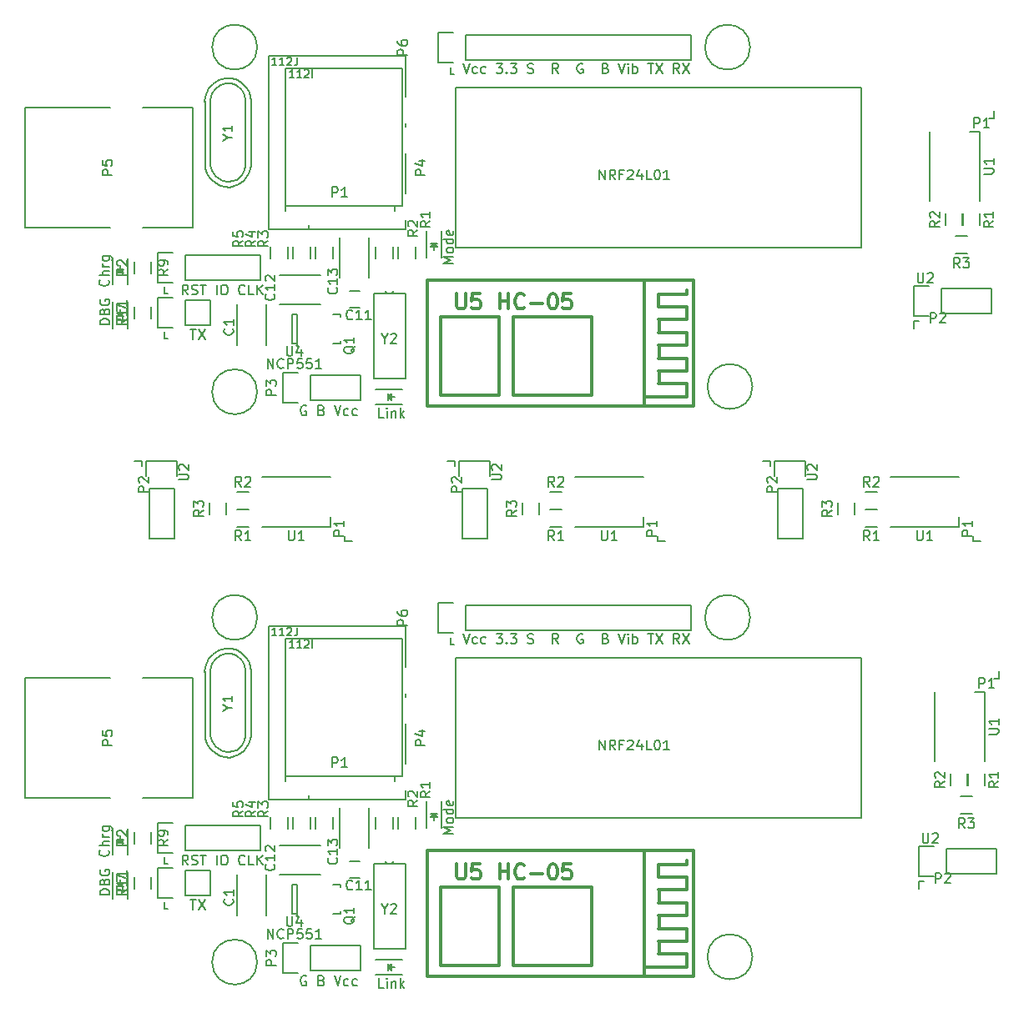
<source format=gto>
G04 #@! TF.FileFunction,Legend,Top*
%FSLAX46Y46*%
G04 Gerber Fmt 4.6, Leading zero omitted, Abs format (unit mm)*
G04 Created by KiCad (PCBNEW 4.0.4-stable) date Wed Nov 30 00:07:26 2016*
%MOMM*%
%LPD*%
G01*
G04 APERTURE LIST*
%ADD10C,0.100000*%
%ADD11C,0.200000*%
%ADD12C,0.150000*%
%ADD13C,0.378460*%
%ADD14C,0.304800*%
G04 APERTURE END LIST*
D10*
D11*
X58547000Y-112204500D02*
X58547000Y-112839500D01*
X58547000Y-112839500D02*
X58864500Y-112839500D01*
X58547000Y-117411500D02*
X58864500Y-117411500D01*
X58547000Y-116776500D02*
X58547000Y-117411500D01*
D12*
X60912810Y-112974381D02*
X60579476Y-112498190D01*
X60341381Y-112974381D02*
X60341381Y-111974381D01*
X60722334Y-111974381D01*
X60817572Y-112022000D01*
X60865191Y-112069619D01*
X60912810Y-112164857D01*
X60912810Y-112307714D01*
X60865191Y-112402952D01*
X60817572Y-112450571D01*
X60722334Y-112498190D01*
X60341381Y-112498190D01*
X61293762Y-112926762D02*
X61436619Y-112974381D01*
X61674715Y-112974381D01*
X61769953Y-112926762D01*
X61817572Y-112879143D01*
X61865191Y-112783905D01*
X61865191Y-112688667D01*
X61817572Y-112593429D01*
X61769953Y-112545810D01*
X61674715Y-112498190D01*
X61484238Y-112450571D01*
X61389000Y-112402952D01*
X61341381Y-112355333D01*
X61293762Y-112260095D01*
X61293762Y-112164857D01*
X61341381Y-112069619D01*
X61389000Y-112022000D01*
X61484238Y-111974381D01*
X61722334Y-111974381D01*
X61865191Y-112022000D01*
X62150905Y-111974381D02*
X62722334Y-111974381D01*
X62436619Y-112974381D02*
X62436619Y-111974381D01*
X63817572Y-112974381D02*
X63817572Y-111974381D01*
X64484238Y-111974381D02*
X64674715Y-111974381D01*
X64769953Y-112022000D01*
X64865191Y-112117238D01*
X64912810Y-112307714D01*
X64912810Y-112641048D01*
X64865191Y-112831524D01*
X64769953Y-112926762D01*
X64674715Y-112974381D01*
X64484238Y-112974381D01*
X64389000Y-112926762D01*
X64293762Y-112831524D01*
X64246143Y-112641048D01*
X64246143Y-112307714D01*
X64293762Y-112117238D01*
X64389000Y-112022000D01*
X64484238Y-111974381D01*
X66674715Y-112879143D02*
X66627096Y-112926762D01*
X66484239Y-112974381D01*
X66389001Y-112974381D01*
X66246143Y-112926762D01*
X66150905Y-112831524D01*
X66103286Y-112736286D01*
X66055667Y-112545810D01*
X66055667Y-112402952D01*
X66103286Y-112212476D01*
X66150905Y-112117238D01*
X66246143Y-112022000D01*
X66389001Y-111974381D01*
X66484239Y-111974381D01*
X66627096Y-112022000D01*
X66674715Y-112069619D01*
X67579477Y-112974381D02*
X67103286Y-112974381D01*
X67103286Y-111974381D01*
X67912810Y-112974381D02*
X67912810Y-111974381D01*
X68484239Y-112974381D02*
X68055667Y-112402952D01*
X68484239Y-111974381D02*
X67912810Y-112545810D01*
X61150595Y-116482881D02*
X61722024Y-116482881D01*
X61436309Y-117482881D02*
X61436309Y-116482881D01*
X61960119Y-116482881D02*
X62626786Y-117482881D01*
X62626786Y-116482881D02*
X61960119Y-117482881D01*
D11*
X87566500Y-90551000D02*
X87884000Y-90551000D01*
X87566500Y-89916000D02*
X87566500Y-90551000D01*
D12*
X88804738Y-89495381D02*
X89138071Y-90495381D01*
X89471405Y-89495381D01*
X90233310Y-90447762D02*
X90138072Y-90495381D01*
X89947595Y-90495381D01*
X89852357Y-90447762D01*
X89804738Y-90400143D01*
X89757119Y-90304905D01*
X89757119Y-90019190D01*
X89804738Y-89923952D01*
X89852357Y-89876333D01*
X89947595Y-89828714D01*
X90138072Y-89828714D01*
X90233310Y-89876333D01*
X91090453Y-90447762D02*
X90995215Y-90495381D01*
X90804738Y-90495381D01*
X90709500Y-90447762D01*
X90661881Y-90400143D01*
X90614262Y-90304905D01*
X90614262Y-90019190D01*
X90661881Y-89923952D01*
X90709500Y-89876333D01*
X90804738Y-89828714D01*
X90995215Y-89828714D01*
X91090453Y-89876333D01*
X92185691Y-89495381D02*
X92804739Y-89495381D01*
X92471405Y-89876333D01*
X92614263Y-89876333D01*
X92709501Y-89923952D01*
X92757120Y-89971571D01*
X92804739Y-90066810D01*
X92804739Y-90304905D01*
X92757120Y-90400143D01*
X92709501Y-90447762D01*
X92614263Y-90495381D01*
X92328548Y-90495381D01*
X92233310Y-90447762D01*
X92185691Y-90400143D01*
X93233310Y-90400143D02*
X93280929Y-90447762D01*
X93233310Y-90495381D01*
X93185691Y-90447762D01*
X93233310Y-90400143D01*
X93233310Y-90495381D01*
X93614262Y-89495381D02*
X94233310Y-89495381D01*
X93899976Y-89876333D01*
X94042834Y-89876333D01*
X94138072Y-89923952D01*
X94185691Y-89971571D01*
X94233310Y-90066810D01*
X94233310Y-90304905D01*
X94185691Y-90400143D01*
X94138072Y-90447762D01*
X94042834Y-90495381D01*
X93757119Y-90495381D01*
X93661881Y-90447762D01*
X93614262Y-90400143D01*
X95376167Y-90447762D02*
X95519024Y-90495381D01*
X95757120Y-90495381D01*
X95852358Y-90447762D01*
X95899977Y-90400143D01*
X95947596Y-90304905D01*
X95947596Y-90209667D01*
X95899977Y-90114429D01*
X95852358Y-90066810D01*
X95757120Y-90019190D01*
X95566643Y-89971571D01*
X95471405Y-89923952D01*
X95423786Y-89876333D01*
X95376167Y-89781095D01*
X95376167Y-89685857D01*
X95423786Y-89590619D01*
X95471405Y-89543000D01*
X95566643Y-89495381D01*
X95804739Y-89495381D01*
X95947596Y-89543000D01*
X98471406Y-90495381D02*
X98138072Y-90019190D01*
X97899977Y-90495381D02*
X97899977Y-89495381D01*
X98280930Y-89495381D01*
X98376168Y-89543000D01*
X98423787Y-89590619D01*
X98471406Y-89685857D01*
X98471406Y-89828714D01*
X98423787Y-89923952D01*
X98376168Y-89971571D01*
X98280930Y-90019190D01*
X97899977Y-90019190D01*
X100947597Y-89543000D02*
X100852359Y-89495381D01*
X100709502Y-89495381D01*
X100566644Y-89543000D01*
X100471406Y-89638238D01*
X100423787Y-89733476D01*
X100376168Y-89923952D01*
X100376168Y-90066810D01*
X100423787Y-90257286D01*
X100471406Y-90352524D01*
X100566644Y-90447762D01*
X100709502Y-90495381D01*
X100804740Y-90495381D01*
X100947597Y-90447762D01*
X100995216Y-90400143D01*
X100995216Y-90066810D01*
X100804740Y-90066810D01*
X103280931Y-89971571D02*
X103423788Y-90019190D01*
X103471407Y-90066810D01*
X103519026Y-90162048D01*
X103519026Y-90304905D01*
X103471407Y-90400143D01*
X103423788Y-90447762D01*
X103328550Y-90495381D01*
X102947597Y-90495381D01*
X102947597Y-89495381D01*
X103280931Y-89495381D01*
X103376169Y-89543000D01*
X103423788Y-89590619D01*
X103471407Y-89685857D01*
X103471407Y-89781095D01*
X103423788Y-89876333D01*
X103376169Y-89923952D01*
X103280931Y-89971571D01*
X102947597Y-89971571D01*
X104566645Y-89495381D02*
X104899978Y-90495381D01*
X105233312Y-89495381D01*
X105566645Y-90495381D02*
X105566645Y-89828714D01*
X105566645Y-89495381D02*
X105519026Y-89543000D01*
X105566645Y-89590619D01*
X105614264Y-89543000D01*
X105566645Y-89495381D01*
X105566645Y-89590619D01*
X106042835Y-90495381D02*
X106042835Y-89495381D01*
X106042835Y-89876333D02*
X106138073Y-89828714D01*
X106328550Y-89828714D01*
X106423788Y-89876333D01*
X106471407Y-89923952D01*
X106519026Y-90019190D01*
X106519026Y-90304905D01*
X106471407Y-90400143D01*
X106423788Y-90447762D01*
X106328550Y-90495381D01*
X106138073Y-90495381D01*
X106042835Y-90447762D01*
X107566645Y-89495381D02*
X108138074Y-89495381D01*
X107852359Y-90495381D02*
X107852359Y-89495381D01*
X108376169Y-89495381D02*
X109042836Y-90495381D01*
X109042836Y-89495381D02*
X108376169Y-90495381D01*
X110757122Y-90495381D02*
X110423788Y-90019190D01*
X110185693Y-90495381D02*
X110185693Y-89495381D01*
X110566646Y-89495381D01*
X110661884Y-89543000D01*
X110709503Y-89590619D01*
X110757122Y-89685857D01*
X110757122Y-89828714D01*
X110709503Y-89923952D01*
X110661884Y-89971571D01*
X110566646Y-90019190D01*
X110185693Y-90019190D01*
X111090455Y-89495381D02*
X111757122Y-90495381D01*
X111757122Y-89495381D02*
X111090455Y-90495381D01*
X88804738Y-31583381D02*
X89138071Y-32583381D01*
X89471405Y-31583381D01*
X90233310Y-32535762D02*
X90138072Y-32583381D01*
X89947595Y-32583381D01*
X89852357Y-32535762D01*
X89804738Y-32488143D01*
X89757119Y-32392905D01*
X89757119Y-32107190D01*
X89804738Y-32011952D01*
X89852357Y-31964333D01*
X89947595Y-31916714D01*
X90138072Y-31916714D01*
X90233310Y-31964333D01*
X91090453Y-32535762D02*
X90995215Y-32583381D01*
X90804738Y-32583381D01*
X90709500Y-32535762D01*
X90661881Y-32488143D01*
X90614262Y-32392905D01*
X90614262Y-32107190D01*
X90661881Y-32011952D01*
X90709500Y-31964333D01*
X90804738Y-31916714D01*
X90995215Y-31916714D01*
X91090453Y-31964333D01*
X92185691Y-31583381D02*
X92804739Y-31583381D01*
X92471405Y-31964333D01*
X92614263Y-31964333D01*
X92709501Y-32011952D01*
X92757120Y-32059571D01*
X92804739Y-32154810D01*
X92804739Y-32392905D01*
X92757120Y-32488143D01*
X92709501Y-32535762D01*
X92614263Y-32583381D01*
X92328548Y-32583381D01*
X92233310Y-32535762D01*
X92185691Y-32488143D01*
X93233310Y-32488143D02*
X93280929Y-32535762D01*
X93233310Y-32583381D01*
X93185691Y-32535762D01*
X93233310Y-32488143D01*
X93233310Y-32583381D01*
X93614262Y-31583381D02*
X94233310Y-31583381D01*
X93899976Y-31964333D01*
X94042834Y-31964333D01*
X94138072Y-32011952D01*
X94185691Y-32059571D01*
X94233310Y-32154810D01*
X94233310Y-32392905D01*
X94185691Y-32488143D01*
X94138072Y-32535762D01*
X94042834Y-32583381D01*
X93757119Y-32583381D01*
X93661881Y-32535762D01*
X93614262Y-32488143D01*
X95376167Y-32535762D02*
X95519024Y-32583381D01*
X95757120Y-32583381D01*
X95852358Y-32535762D01*
X95899977Y-32488143D01*
X95947596Y-32392905D01*
X95947596Y-32297667D01*
X95899977Y-32202429D01*
X95852358Y-32154810D01*
X95757120Y-32107190D01*
X95566643Y-32059571D01*
X95471405Y-32011952D01*
X95423786Y-31964333D01*
X95376167Y-31869095D01*
X95376167Y-31773857D01*
X95423786Y-31678619D01*
X95471405Y-31631000D01*
X95566643Y-31583381D01*
X95804739Y-31583381D01*
X95947596Y-31631000D01*
X98471406Y-32583381D02*
X98138072Y-32107190D01*
X97899977Y-32583381D02*
X97899977Y-31583381D01*
X98280930Y-31583381D01*
X98376168Y-31631000D01*
X98423787Y-31678619D01*
X98471406Y-31773857D01*
X98471406Y-31916714D01*
X98423787Y-32011952D01*
X98376168Y-32059571D01*
X98280930Y-32107190D01*
X97899977Y-32107190D01*
X100947597Y-31631000D02*
X100852359Y-31583381D01*
X100709502Y-31583381D01*
X100566644Y-31631000D01*
X100471406Y-31726238D01*
X100423787Y-31821476D01*
X100376168Y-32011952D01*
X100376168Y-32154810D01*
X100423787Y-32345286D01*
X100471406Y-32440524D01*
X100566644Y-32535762D01*
X100709502Y-32583381D01*
X100804740Y-32583381D01*
X100947597Y-32535762D01*
X100995216Y-32488143D01*
X100995216Y-32154810D01*
X100804740Y-32154810D01*
X103280931Y-32059571D02*
X103423788Y-32107190D01*
X103471407Y-32154810D01*
X103519026Y-32250048D01*
X103519026Y-32392905D01*
X103471407Y-32488143D01*
X103423788Y-32535762D01*
X103328550Y-32583381D01*
X102947597Y-32583381D01*
X102947597Y-31583381D01*
X103280931Y-31583381D01*
X103376169Y-31631000D01*
X103423788Y-31678619D01*
X103471407Y-31773857D01*
X103471407Y-31869095D01*
X103423788Y-31964333D01*
X103376169Y-32011952D01*
X103280931Y-32059571D01*
X102947597Y-32059571D01*
X104566645Y-31583381D02*
X104899978Y-32583381D01*
X105233312Y-31583381D01*
X105566645Y-32583381D02*
X105566645Y-31916714D01*
X105566645Y-31583381D02*
X105519026Y-31631000D01*
X105566645Y-31678619D01*
X105614264Y-31631000D01*
X105566645Y-31583381D01*
X105566645Y-31678619D01*
X106042835Y-32583381D02*
X106042835Y-31583381D01*
X106042835Y-31964333D02*
X106138073Y-31916714D01*
X106328550Y-31916714D01*
X106423788Y-31964333D01*
X106471407Y-32011952D01*
X106519026Y-32107190D01*
X106519026Y-32392905D01*
X106471407Y-32488143D01*
X106423788Y-32535762D01*
X106328550Y-32583381D01*
X106138073Y-32583381D01*
X106042835Y-32535762D01*
X107566645Y-31583381D02*
X108138074Y-31583381D01*
X107852359Y-32583381D02*
X107852359Y-31583381D01*
X108376169Y-31583381D02*
X109042836Y-32583381D01*
X109042836Y-31583381D02*
X108376169Y-32583381D01*
X110757122Y-32583381D02*
X110423788Y-32107190D01*
X110185693Y-32583381D02*
X110185693Y-31583381D01*
X110566646Y-31583381D01*
X110661884Y-31631000D01*
X110709503Y-31678619D01*
X110757122Y-31773857D01*
X110757122Y-31916714D01*
X110709503Y-32011952D01*
X110661884Y-32059571D01*
X110566646Y-32107190D01*
X110185693Y-32107190D01*
X111090455Y-31583381D02*
X111757122Y-32583381D01*
X111757122Y-31583381D02*
X111090455Y-32583381D01*
D11*
X87566500Y-32004000D02*
X87566500Y-32639000D01*
X87566500Y-32639000D02*
X87884000Y-32639000D01*
D12*
X61150595Y-58570881D02*
X61722024Y-58570881D01*
X61436309Y-59570881D02*
X61436309Y-58570881D01*
X61960119Y-58570881D02*
X62626786Y-59570881D01*
X62626786Y-58570881D02*
X61960119Y-59570881D01*
X60912810Y-55062381D02*
X60579476Y-54586190D01*
X60341381Y-55062381D02*
X60341381Y-54062381D01*
X60722334Y-54062381D01*
X60817572Y-54110000D01*
X60865191Y-54157619D01*
X60912810Y-54252857D01*
X60912810Y-54395714D01*
X60865191Y-54490952D01*
X60817572Y-54538571D01*
X60722334Y-54586190D01*
X60341381Y-54586190D01*
X61293762Y-55014762D02*
X61436619Y-55062381D01*
X61674715Y-55062381D01*
X61769953Y-55014762D01*
X61817572Y-54967143D01*
X61865191Y-54871905D01*
X61865191Y-54776667D01*
X61817572Y-54681429D01*
X61769953Y-54633810D01*
X61674715Y-54586190D01*
X61484238Y-54538571D01*
X61389000Y-54490952D01*
X61341381Y-54443333D01*
X61293762Y-54348095D01*
X61293762Y-54252857D01*
X61341381Y-54157619D01*
X61389000Y-54110000D01*
X61484238Y-54062381D01*
X61722334Y-54062381D01*
X61865191Y-54110000D01*
X62150905Y-54062381D02*
X62722334Y-54062381D01*
X62436619Y-55062381D02*
X62436619Y-54062381D01*
X63817572Y-55062381D02*
X63817572Y-54062381D01*
X64484238Y-54062381D02*
X64674715Y-54062381D01*
X64769953Y-54110000D01*
X64865191Y-54205238D01*
X64912810Y-54395714D01*
X64912810Y-54729048D01*
X64865191Y-54919524D01*
X64769953Y-55014762D01*
X64674715Y-55062381D01*
X64484238Y-55062381D01*
X64389000Y-55014762D01*
X64293762Y-54919524D01*
X64246143Y-54729048D01*
X64246143Y-54395714D01*
X64293762Y-54205238D01*
X64389000Y-54110000D01*
X64484238Y-54062381D01*
X66674715Y-54967143D02*
X66627096Y-55014762D01*
X66484239Y-55062381D01*
X66389001Y-55062381D01*
X66246143Y-55014762D01*
X66150905Y-54919524D01*
X66103286Y-54824286D01*
X66055667Y-54633810D01*
X66055667Y-54490952D01*
X66103286Y-54300476D01*
X66150905Y-54205238D01*
X66246143Y-54110000D01*
X66389001Y-54062381D01*
X66484239Y-54062381D01*
X66627096Y-54110000D01*
X66674715Y-54157619D01*
X67579477Y-55062381D02*
X67103286Y-55062381D01*
X67103286Y-54062381D01*
X67912810Y-55062381D02*
X67912810Y-54062381D01*
X68484239Y-55062381D02*
X68055667Y-54490952D01*
X68484239Y-54062381D02*
X67912810Y-54633810D01*
D11*
X58547000Y-58864500D02*
X58547000Y-59499500D01*
X58547000Y-59499500D02*
X58864500Y-59499500D01*
X58547000Y-54927500D02*
X58864500Y-54927500D01*
X58547000Y-54292500D02*
X58547000Y-54927500D01*
D12*
X143192500Y-93281500D02*
X143192500Y-94043500D01*
X143192500Y-94043500D02*
X142684500Y-94043500D01*
X135064500Y-115379500D02*
X135064500Y-114617500D01*
X135064500Y-114617500D02*
X135572500Y-114617500D01*
X141781500Y-103730500D02*
X141781500Y-104930500D01*
X140031500Y-104930500D02*
X140031500Y-103730500D01*
X140003500Y-103730500D02*
X140003500Y-104930500D01*
X138253500Y-104930500D02*
X138253500Y-103730500D01*
X139290500Y-105995500D02*
X140490500Y-105995500D01*
X140490500Y-107745500D02*
X139290500Y-107745500D01*
X136692000Y-95433000D02*
X136692000Y-102433000D01*
X140742000Y-95433000D02*
X141742000Y-95433000D01*
X141742000Y-95433000D02*
X141742000Y-102433000D01*
X137858500Y-113855500D02*
X142938500Y-113855500D01*
X142938500Y-113855500D02*
X142938500Y-111315500D01*
X142938500Y-111315500D02*
X137858500Y-111315500D01*
X135038500Y-111035500D02*
X136588500Y-111035500D01*
X137858500Y-111315500D02*
X137858500Y-113855500D01*
X136588500Y-114135500D02*
X135038500Y-114135500D01*
X135038500Y-114135500D02*
X135038500Y-111035500D01*
X137350500Y-56959500D02*
X142430500Y-56959500D01*
X142430500Y-56959500D02*
X142430500Y-54419500D01*
X142430500Y-54419500D02*
X137350500Y-54419500D01*
X134530500Y-54139500D02*
X136080500Y-54139500D01*
X137350500Y-54419500D02*
X137350500Y-56959500D01*
X136080500Y-57239500D02*
X134530500Y-57239500D01*
X134530500Y-57239500D02*
X134530500Y-54139500D01*
X136184000Y-38537000D02*
X136184000Y-45537000D01*
X140234000Y-38537000D02*
X141234000Y-38537000D01*
X141234000Y-38537000D02*
X141234000Y-45537000D01*
X138782500Y-49099500D02*
X139982500Y-49099500D01*
X139982500Y-50849500D02*
X138782500Y-50849500D01*
X139495500Y-46834500D02*
X139495500Y-48034500D01*
X137745500Y-48034500D02*
X137745500Y-46834500D01*
X141273500Y-46834500D02*
X141273500Y-48034500D01*
X139523500Y-48034500D02*
X139523500Y-46834500D01*
X134556500Y-58483500D02*
X134556500Y-57721500D01*
X134556500Y-57721500D02*
X135064500Y-57721500D01*
X142684500Y-36385500D02*
X142684500Y-37147500D01*
X142684500Y-37147500D02*
X142176500Y-37147500D01*
X141287500Y-80073500D02*
X140525500Y-80073500D01*
X140525500Y-80073500D02*
X140525500Y-79565500D01*
X119189500Y-71945500D02*
X119951500Y-71945500D01*
X119951500Y-71945500D02*
X119951500Y-72453500D01*
X130838500Y-78662500D02*
X129638500Y-78662500D01*
X129638500Y-76912500D02*
X130838500Y-76912500D01*
X130838500Y-76884500D02*
X129638500Y-76884500D01*
X129638500Y-75134500D02*
X130838500Y-75134500D01*
X128573500Y-76171500D02*
X128573500Y-77371500D01*
X126823500Y-77371500D02*
X126823500Y-76171500D01*
X139136000Y-73573000D02*
X132136000Y-73573000D01*
X139136000Y-77623000D02*
X139136000Y-78623000D01*
X139136000Y-78623000D02*
X132136000Y-78623000D01*
X120713500Y-74739500D02*
X120713500Y-79819500D01*
X120713500Y-79819500D02*
X123253500Y-79819500D01*
X123253500Y-79819500D02*
X123253500Y-74739500D01*
X123533500Y-71919500D02*
X123533500Y-73469500D01*
X123253500Y-74739500D02*
X120713500Y-74739500D01*
X120433500Y-73469500D02*
X120433500Y-71919500D01*
X120433500Y-71919500D02*
X123533500Y-71919500D01*
X88709500Y-74739500D02*
X88709500Y-79819500D01*
X88709500Y-79819500D02*
X91249500Y-79819500D01*
X91249500Y-79819500D02*
X91249500Y-74739500D01*
X91529500Y-71919500D02*
X91529500Y-73469500D01*
X91249500Y-74739500D02*
X88709500Y-74739500D01*
X88429500Y-73469500D02*
X88429500Y-71919500D01*
X88429500Y-71919500D02*
X91529500Y-71919500D01*
X107132000Y-73573000D02*
X100132000Y-73573000D01*
X107132000Y-77623000D02*
X107132000Y-78623000D01*
X107132000Y-78623000D02*
X100132000Y-78623000D01*
X96569500Y-76171500D02*
X96569500Y-77371500D01*
X94819500Y-77371500D02*
X94819500Y-76171500D01*
X98834500Y-76884500D02*
X97634500Y-76884500D01*
X97634500Y-75134500D02*
X98834500Y-75134500D01*
X98834500Y-78662500D02*
X97634500Y-78662500D01*
X97634500Y-76912500D02*
X98834500Y-76912500D01*
X87185500Y-71945500D02*
X87947500Y-71945500D01*
X87947500Y-71945500D02*
X87947500Y-72453500D01*
X109283500Y-80073500D02*
X108521500Y-80073500D01*
X108521500Y-80073500D02*
X108521500Y-79565500D01*
D13*
X111475520Y-114218720D02*
X108676440Y-114218720D01*
X111475520Y-112918240D02*
X108676440Y-112918240D01*
X108678980Y-114221260D02*
X108678980Y-112920780D01*
X111478060Y-116817140D02*
X108678980Y-116817140D01*
X111478060Y-115516660D02*
X108678980Y-115516660D01*
X108681520Y-116819680D02*
X108681520Y-115519200D01*
X111480600Y-115516660D02*
X111480600Y-114216180D01*
X111478060Y-119418100D02*
X108678980Y-119418100D01*
X111478060Y-118117620D02*
X108678980Y-118117620D01*
X108681520Y-119420640D02*
X108681520Y-118120160D01*
X111480600Y-118117620D02*
X111480600Y-116817140D01*
X111478060Y-123319540D02*
X107177840Y-123319540D01*
X111478060Y-122019060D02*
X108678980Y-122019060D01*
X111478060Y-120718580D02*
X108678980Y-120718580D01*
X86578440Y-115219480D02*
X92478860Y-115219480D01*
X92478860Y-123220480D02*
X86578440Y-123220480D01*
X92481400Y-115219480D02*
X92481400Y-123220480D01*
X86578440Y-123220480D02*
X86578440Y-115219480D01*
X101879400Y-123220480D02*
X93878400Y-123220480D01*
X93878400Y-123220480D02*
X93878400Y-115219480D01*
X93878400Y-115219480D02*
X101879400Y-115219480D01*
X101879400Y-115219480D02*
X101879400Y-123220480D01*
X111478060Y-112918240D02*
X111478060Y-112519460D01*
X108681520Y-122021600D02*
X108681520Y-120721120D01*
X111480600Y-120718580D02*
X111480600Y-119418100D01*
X111480600Y-123319540D02*
X111480600Y-122019060D01*
X107177840Y-124320300D02*
X107177840Y-111518700D01*
X85178900Y-111518700D02*
X112179100Y-111518700D01*
X112179100Y-111518700D02*
X112179100Y-124320300D01*
X112179100Y-124320300D02*
X85178900Y-124320300D01*
X85178900Y-124320300D02*
X85178900Y-111518700D01*
D12*
X85102000Y-106540500D02*
X85102000Y-109240500D01*
X86602000Y-106540500D02*
X86602000Y-109240500D01*
X85702000Y-108040500D02*
X85952000Y-108040500D01*
X85952000Y-108040500D02*
X85802000Y-107890500D01*
X86202000Y-107790500D02*
X85502000Y-107790500D01*
X85852000Y-108140500D02*
X85852000Y-108490500D01*
X85852000Y-107790500D02*
X86202000Y-108140500D01*
X86202000Y-108140500D02*
X85502000Y-108140500D01*
X85502000Y-108140500D02*
X85852000Y-107790500D01*
X79934000Y-124130500D02*
X82634000Y-124130500D01*
X79934000Y-122630500D02*
X82634000Y-122630500D01*
X81434000Y-123530500D02*
X81434000Y-123280500D01*
X81434000Y-123280500D02*
X81284000Y-123430500D01*
X81184000Y-123030500D02*
X81184000Y-123730500D01*
X81534000Y-123380500D02*
X81884000Y-123380500D01*
X81184000Y-123380500D02*
X81534000Y-123030500D01*
X81534000Y-123030500D02*
X81534000Y-123730500D01*
X81534000Y-123730500D02*
X81184000Y-123380500D01*
X60642500Y-113538000D02*
X63182500Y-113538000D01*
X57822500Y-113258000D02*
X59372500Y-113258000D01*
X60642500Y-113538000D02*
X60642500Y-116078000D01*
X59372500Y-116358000D02*
X57822500Y-116358000D01*
X57822500Y-116358000D02*
X57822500Y-113258000D01*
X60642500Y-116078000D02*
X63182500Y-116078000D01*
X63182500Y-116078000D02*
X63182500Y-113538000D01*
X57199500Y-114208000D02*
X57199500Y-115408000D01*
X55449500Y-115408000D02*
X55449500Y-114208000D01*
X54788500Y-116408000D02*
X54788500Y-113708000D01*
X53288500Y-116408000D02*
X53288500Y-113708000D01*
X54188500Y-114908000D02*
X53938500Y-114908000D01*
X53938500Y-114908000D02*
X54088500Y-115058000D01*
X53688500Y-115158000D02*
X54388500Y-115158000D01*
X54038500Y-114808000D02*
X54038500Y-114458000D01*
X54038500Y-115158000D02*
X53688500Y-114808000D01*
X53688500Y-114808000D02*
X54388500Y-114808000D01*
X54388500Y-114808000D02*
X54038500Y-115158000D01*
X118173500Y-122301000D02*
G75*
G03X118173500Y-122301000I-2286000J0D01*
G01*
X67928500Y-122836000D02*
G75*
G03X67928500Y-122836000I-2286000J0D01*
G01*
X117928500Y-87836000D02*
G75*
G03X117928500Y-87836000I-2286000J0D01*
G01*
X67928500Y-87836000D02*
G75*
G03X67928500Y-87836000I-2286000J0D01*
G01*
X79743300Y-112882680D02*
X79743300Y-121483120D01*
X79743300Y-121483120D02*
X82943700Y-121483120D01*
X82943700Y-121483120D02*
X82943700Y-112882680D01*
X82194400Y-112882680D02*
X82943700Y-112882680D01*
X80444340Y-112882680D02*
X79743300Y-112882680D01*
X81643220Y-112882680D02*
X81742280Y-112582960D01*
X81043780Y-112882680D02*
X80944720Y-112582960D01*
X80444340Y-112882680D02*
X82242660Y-112882680D01*
X65961260Y-101219000D02*
X65559940Y-101419660D01*
X65559940Y-101419660D02*
X64960500Y-101521260D01*
X64960500Y-101521260D02*
X64460120Y-101419660D01*
X64460120Y-101419660D02*
X63761620Y-101020880D01*
X63761620Y-101020880D02*
X63360300Y-100418900D01*
X63360300Y-100418900D02*
X63159640Y-99819460D01*
X63159640Y-99819460D02*
X63159640Y-93220540D01*
X63159640Y-93220540D02*
X63360300Y-92519500D01*
X63360300Y-92519500D02*
X63660020Y-92120720D01*
X63660020Y-92120720D02*
X64160400Y-91719400D01*
X64160400Y-91719400D02*
X64759840Y-91518740D01*
X64759840Y-91518740D02*
X65260220Y-91518740D01*
X65260220Y-91518740D02*
X65760600Y-91719400D01*
X65760600Y-91719400D02*
X66360040Y-92219780D01*
X66360040Y-92219780D02*
X66659760Y-92720160D01*
X66659760Y-92720160D02*
X66761360Y-93220540D01*
X66761360Y-93319600D02*
X66761360Y-99921060D01*
X66761360Y-99921060D02*
X66659760Y-100319840D01*
X66659760Y-100319840D02*
X66360040Y-100820220D01*
X66360040Y-100820220D02*
X65859660Y-101320600D01*
X67289680Y-93329760D02*
X67241420Y-92870020D01*
X67241420Y-92870020D02*
X67129660Y-92471240D01*
X67129660Y-92471240D02*
X66911220Y-92039440D01*
X66911220Y-92039440D02*
X66680080Y-91749880D01*
X66680080Y-91749880D02*
X66329560Y-91419680D01*
X66329560Y-91419680D02*
X65791080Y-91130120D01*
X65791080Y-91130120D02*
X65191640Y-91000580D01*
X65191640Y-91000580D02*
X64681100Y-91000580D01*
X64681100Y-91000580D02*
X63980060Y-91170760D01*
X63980060Y-91170760D02*
X63390780Y-91569540D01*
X63390780Y-91569540D02*
X63019940Y-92029280D01*
X63019940Y-92029280D02*
X62811660Y-92450920D01*
X62811660Y-92450920D02*
X62651640Y-92900500D01*
X62651640Y-92900500D02*
X62621160Y-93339920D01*
X62839600Y-100680520D02*
X63060580Y-101058980D01*
X63060580Y-101058980D02*
X63339980Y-101379020D01*
X63339980Y-101379020D02*
X63670180Y-101630480D01*
X63670180Y-101630480D02*
X64221360Y-101930200D01*
X64221360Y-101930200D02*
X64691260Y-102039420D01*
X64691260Y-102039420D02*
X65151000Y-102059740D01*
X65151000Y-102059740D02*
X65610740Y-101970840D01*
X65610740Y-101970840D02*
X66060320Y-101780340D01*
X66060320Y-101780340D02*
X66530220Y-101419660D01*
X66530220Y-101419660D02*
X66850260Y-101069140D01*
X66850260Y-101069140D02*
X67081400Y-100680520D01*
X67081400Y-100680520D02*
X67221100Y-100251260D01*
X67221100Y-100251260D02*
X67289680Y-99809300D01*
X62631320Y-93319600D02*
X62631320Y-99771200D01*
X62631320Y-99771200D02*
X62669420Y-100190300D01*
X62669420Y-100190300D02*
X62839600Y-100680520D01*
X67289680Y-93319600D02*
X67289680Y-99771200D01*
X72091500Y-118159000D02*
G75*
G03X72091500Y-118159000I-100000J0D01*
G01*
X71441500Y-117909000D02*
X71941500Y-117909000D01*
X71441500Y-115009000D02*
X71441500Y-117909000D01*
X71941500Y-115009000D02*
X71441500Y-115009000D01*
X71941500Y-117909000D02*
X71941500Y-115009000D01*
X55449500Y-110836000D02*
X55449500Y-109636000D01*
X57199500Y-109636000D02*
X57199500Y-110836000D01*
X71042500Y-108112000D02*
X71042500Y-109312000D01*
X69292500Y-109312000D02*
X69292500Y-108112000D01*
X73328500Y-108112000D02*
X73328500Y-109312000D01*
X71578500Y-109312000D02*
X71578500Y-108112000D01*
X75614500Y-108112000D02*
X75614500Y-109312000D01*
X73864500Y-109312000D02*
X73864500Y-108112000D01*
X81710500Y-108112000D02*
X81710500Y-109312000D01*
X79960500Y-109312000D02*
X79960500Y-108112000D01*
X83996500Y-108112000D02*
X83996500Y-109312000D01*
X82246500Y-109312000D02*
X82246500Y-108112000D01*
X76342240Y-117758160D02*
X76342240Y-117709900D01*
X75641200Y-114959180D02*
X76342240Y-114959180D01*
X76342240Y-114959180D02*
X76342240Y-115208100D01*
X76342240Y-117758160D02*
X76342240Y-117958820D01*
X76342240Y-117958820D02*
X75641200Y-117958820D01*
X53022500Y-93980000D02*
X44386500Y-93980000D01*
X61404500Y-93980000D02*
X56324500Y-93980000D01*
X53022500Y-106172000D02*
X44386500Y-106172000D01*
X61404500Y-106172000D02*
X56324500Y-106172000D01*
X44386500Y-106172000D02*
X44386500Y-93980000D01*
X61404500Y-93980000D02*
X61404500Y-106172000D01*
X88074500Y-108204000D02*
X129222500Y-108204000D01*
X129222500Y-108204000D02*
X129222500Y-91948000D01*
X129222500Y-91948000D02*
X88074500Y-91948000D01*
X88074500Y-91948000D02*
X88074500Y-100076000D01*
X88074500Y-100076000D02*
X88074500Y-108204000D01*
X73342500Y-123698000D02*
X78422500Y-123698000D01*
X78422500Y-123698000D02*
X78422500Y-121158000D01*
X78422500Y-121158000D02*
X73342500Y-121158000D01*
X70522500Y-120878000D02*
X72072500Y-120878000D01*
X73342500Y-121158000D02*
X73342500Y-123698000D01*
X72072500Y-123978000D02*
X70522500Y-123978000D01*
X70522500Y-123978000D02*
X70522500Y-120878000D01*
X60642500Y-111506000D02*
X68262500Y-111506000D01*
X60642500Y-108966000D02*
X68262500Y-108966000D01*
X57822500Y-108686000D02*
X59372500Y-108686000D01*
X68262500Y-111506000D02*
X68262500Y-108966000D01*
X60642500Y-108966000D02*
X60642500Y-111506000D01*
X59372500Y-111786000D02*
X57822500Y-111786000D01*
X57822500Y-111786000D02*
X57822500Y-108686000D01*
X82982500Y-95606000D02*
X82982500Y-95956000D01*
X82982500Y-88806000D02*
X82982500Y-92906000D01*
X82982500Y-102706000D02*
X82982500Y-98606000D01*
X82982500Y-105906000D02*
X82982500Y-105406000D01*
X69082500Y-106306000D02*
X69082500Y-88756000D01*
X82982500Y-88806000D02*
X82982500Y-88756000D01*
X82982500Y-88756000D02*
X69132500Y-88756000D01*
X73132500Y-106306000D02*
X69082500Y-106306000D01*
X70832500Y-90006000D02*
X82682500Y-90006000D01*
X82682500Y-90006000D02*
X82682500Y-98206000D01*
X70832500Y-104006000D02*
X70832500Y-90006000D01*
X82682500Y-98206000D02*
X82682500Y-104006000D01*
X82682500Y-104006000D02*
X81882500Y-104006000D01*
X81882500Y-104506000D02*
X81882500Y-104006000D01*
X81882500Y-104006000D02*
X70832500Y-104006000D01*
X70832500Y-104006000D02*
X70832500Y-104506000D01*
X73132500Y-105906000D02*
X73132500Y-106306000D01*
X73132500Y-106306000D02*
X82982500Y-106306000D01*
X82982500Y-106306000D02*
X82982500Y-105906000D01*
X54788500Y-111963000D02*
X54788500Y-109263000D01*
X53288500Y-111963000D02*
X53288500Y-109263000D01*
X54188500Y-110463000D02*
X53938500Y-110463000D01*
X53938500Y-110463000D02*
X54088500Y-110613000D01*
X53688500Y-110713000D02*
X54388500Y-110713000D01*
X54038500Y-110363000D02*
X54038500Y-110013000D01*
X54038500Y-110713000D02*
X53688500Y-110363000D01*
X53688500Y-110363000D02*
X54388500Y-110363000D01*
X54388500Y-110363000D02*
X54038500Y-110713000D01*
X76287500Y-111274000D02*
X76287500Y-107174000D01*
X79287500Y-111274000D02*
X79287500Y-107174000D01*
X74317000Y-113958500D02*
X70217000Y-113958500D01*
X74317000Y-110958500D02*
X70217000Y-110958500D01*
X77287500Y-114261000D02*
X78287500Y-114261000D01*
X78287500Y-112561000D02*
X77287500Y-112561000D01*
X65873500Y-118068500D02*
X65873500Y-113968500D01*
X68873500Y-118068500D02*
X68873500Y-113968500D01*
X89090500Y-86614000D02*
X111950500Y-86614000D01*
X111950500Y-86614000D02*
X111950500Y-89154000D01*
X111950500Y-89154000D02*
X89090500Y-89154000D01*
X86270500Y-86334000D02*
X87820500Y-86334000D01*
X89090500Y-86614000D02*
X89090500Y-89154000D01*
X87820500Y-89434000D02*
X86270500Y-89434000D01*
X86270500Y-89434000D02*
X86270500Y-86334000D01*
X89090500Y-28702000D02*
X111950500Y-28702000D01*
X111950500Y-28702000D02*
X111950500Y-31242000D01*
X111950500Y-31242000D02*
X89090500Y-31242000D01*
X86270500Y-28422000D02*
X87820500Y-28422000D01*
X89090500Y-28702000D02*
X89090500Y-31242000D01*
X87820500Y-31522000D02*
X86270500Y-31522000D01*
X86270500Y-31522000D02*
X86270500Y-28422000D01*
X65873500Y-60156500D02*
X65873500Y-56056500D01*
X68873500Y-60156500D02*
X68873500Y-56056500D01*
X77287500Y-56349000D02*
X78287500Y-56349000D01*
X78287500Y-54649000D02*
X77287500Y-54649000D01*
X74317000Y-56046500D02*
X70217000Y-56046500D01*
X74317000Y-53046500D02*
X70217000Y-53046500D01*
X76287500Y-53362000D02*
X76287500Y-49262000D01*
X79287500Y-53362000D02*
X79287500Y-49262000D01*
X54788500Y-54051000D02*
X54788500Y-51351000D01*
X53288500Y-54051000D02*
X53288500Y-51351000D01*
X54188500Y-52551000D02*
X53938500Y-52551000D01*
X53938500Y-52551000D02*
X54088500Y-52701000D01*
X53688500Y-52801000D02*
X54388500Y-52801000D01*
X54038500Y-52451000D02*
X54038500Y-52101000D01*
X54038500Y-52801000D02*
X53688500Y-52451000D01*
X53688500Y-52451000D02*
X54388500Y-52451000D01*
X54388500Y-52451000D02*
X54038500Y-52801000D01*
X82982500Y-37694000D02*
X82982500Y-38044000D01*
X82982500Y-30894000D02*
X82982500Y-34994000D01*
X82982500Y-44794000D02*
X82982500Y-40694000D01*
X82982500Y-47994000D02*
X82982500Y-47494000D01*
X69082500Y-48394000D02*
X69082500Y-30844000D01*
X82982500Y-30894000D02*
X82982500Y-30844000D01*
X82982500Y-30844000D02*
X69132500Y-30844000D01*
X73132500Y-48394000D02*
X69082500Y-48394000D01*
X70832500Y-32094000D02*
X82682500Y-32094000D01*
X82682500Y-32094000D02*
X82682500Y-40294000D01*
X70832500Y-46094000D02*
X70832500Y-32094000D01*
X82682500Y-40294000D02*
X82682500Y-46094000D01*
X82682500Y-46094000D02*
X81882500Y-46094000D01*
X81882500Y-46594000D02*
X81882500Y-46094000D01*
X81882500Y-46094000D02*
X70832500Y-46094000D01*
X70832500Y-46094000D02*
X70832500Y-46594000D01*
X73132500Y-47994000D02*
X73132500Y-48394000D01*
X73132500Y-48394000D02*
X82982500Y-48394000D01*
X82982500Y-48394000D02*
X82982500Y-47994000D01*
X60642500Y-53594000D02*
X68262500Y-53594000D01*
X60642500Y-51054000D02*
X68262500Y-51054000D01*
X57822500Y-50774000D02*
X59372500Y-50774000D01*
X68262500Y-53594000D02*
X68262500Y-51054000D01*
X60642500Y-51054000D02*
X60642500Y-53594000D01*
X59372500Y-53874000D02*
X57822500Y-53874000D01*
X57822500Y-53874000D02*
X57822500Y-50774000D01*
X73342500Y-65786000D02*
X78422500Y-65786000D01*
X78422500Y-65786000D02*
X78422500Y-63246000D01*
X78422500Y-63246000D02*
X73342500Y-63246000D01*
X70522500Y-62966000D02*
X72072500Y-62966000D01*
X73342500Y-63246000D02*
X73342500Y-65786000D01*
X72072500Y-66066000D02*
X70522500Y-66066000D01*
X70522500Y-66066000D02*
X70522500Y-62966000D01*
X88074500Y-50292000D02*
X129222500Y-50292000D01*
X129222500Y-50292000D02*
X129222500Y-34036000D01*
X129222500Y-34036000D02*
X88074500Y-34036000D01*
X88074500Y-34036000D02*
X88074500Y-42164000D01*
X88074500Y-42164000D02*
X88074500Y-50292000D01*
X53022500Y-36068000D02*
X44386500Y-36068000D01*
X61404500Y-36068000D02*
X56324500Y-36068000D01*
X53022500Y-48260000D02*
X44386500Y-48260000D01*
X61404500Y-48260000D02*
X56324500Y-48260000D01*
X44386500Y-48260000D02*
X44386500Y-36068000D01*
X61404500Y-36068000D02*
X61404500Y-48260000D01*
X76342240Y-59846160D02*
X76342240Y-59797900D01*
X75641200Y-57047180D02*
X76342240Y-57047180D01*
X76342240Y-57047180D02*
X76342240Y-57296100D01*
X76342240Y-59846160D02*
X76342240Y-60046820D01*
X76342240Y-60046820D02*
X75641200Y-60046820D01*
X83996500Y-50200000D02*
X83996500Y-51400000D01*
X82246500Y-51400000D02*
X82246500Y-50200000D01*
X81710500Y-50200000D02*
X81710500Y-51400000D01*
X79960500Y-51400000D02*
X79960500Y-50200000D01*
X75614500Y-50200000D02*
X75614500Y-51400000D01*
X73864500Y-51400000D02*
X73864500Y-50200000D01*
X73328500Y-50200000D02*
X73328500Y-51400000D01*
X71578500Y-51400000D02*
X71578500Y-50200000D01*
X71042500Y-50200000D02*
X71042500Y-51400000D01*
X69292500Y-51400000D02*
X69292500Y-50200000D01*
X55449500Y-52924000D02*
X55449500Y-51724000D01*
X57199500Y-51724000D02*
X57199500Y-52924000D01*
X72091500Y-60247000D02*
G75*
G03X72091500Y-60247000I-100000J0D01*
G01*
X71441500Y-59997000D02*
X71941500Y-59997000D01*
X71441500Y-57097000D02*
X71441500Y-59997000D01*
X71941500Y-57097000D02*
X71441500Y-57097000D01*
X71941500Y-59997000D02*
X71941500Y-57097000D01*
X65961260Y-43307000D02*
X65559940Y-43507660D01*
X65559940Y-43507660D02*
X64960500Y-43609260D01*
X64960500Y-43609260D02*
X64460120Y-43507660D01*
X64460120Y-43507660D02*
X63761620Y-43108880D01*
X63761620Y-43108880D02*
X63360300Y-42506900D01*
X63360300Y-42506900D02*
X63159640Y-41907460D01*
X63159640Y-41907460D02*
X63159640Y-35308540D01*
X63159640Y-35308540D02*
X63360300Y-34607500D01*
X63360300Y-34607500D02*
X63660020Y-34208720D01*
X63660020Y-34208720D02*
X64160400Y-33807400D01*
X64160400Y-33807400D02*
X64759840Y-33606740D01*
X64759840Y-33606740D02*
X65260220Y-33606740D01*
X65260220Y-33606740D02*
X65760600Y-33807400D01*
X65760600Y-33807400D02*
X66360040Y-34307780D01*
X66360040Y-34307780D02*
X66659760Y-34808160D01*
X66659760Y-34808160D02*
X66761360Y-35308540D01*
X66761360Y-35407600D02*
X66761360Y-42009060D01*
X66761360Y-42009060D02*
X66659760Y-42407840D01*
X66659760Y-42407840D02*
X66360040Y-42908220D01*
X66360040Y-42908220D02*
X65859660Y-43408600D01*
X67289680Y-35417760D02*
X67241420Y-34958020D01*
X67241420Y-34958020D02*
X67129660Y-34559240D01*
X67129660Y-34559240D02*
X66911220Y-34127440D01*
X66911220Y-34127440D02*
X66680080Y-33837880D01*
X66680080Y-33837880D02*
X66329560Y-33507680D01*
X66329560Y-33507680D02*
X65791080Y-33218120D01*
X65791080Y-33218120D02*
X65191640Y-33088580D01*
X65191640Y-33088580D02*
X64681100Y-33088580D01*
X64681100Y-33088580D02*
X63980060Y-33258760D01*
X63980060Y-33258760D02*
X63390780Y-33657540D01*
X63390780Y-33657540D02*
X63019940Y-34117280D01*
X63019940Y-34117280D02*
X62811660Y-34538920D01*
X62811660Y-34538920D02*
X62651640Y-34988500D01*
X62651640Y-34988500D02*
X62621160Y-35427920D01*
X62839600Y-42768520D02*
X63060580Y-43146980D01*
X63060580Y-43146980D02*
X63339980Y-43467020D01*
X63339980Y-43467020D02*
X63670180Y-43718480D01*
X63670180Y-43718480D02*
X64221360Y-44018200D01*
X64221360Y-44018200D02*
X64691260Y-44127420D01*
X64691260Y-44127420D02*
X65151000Y-44147740D01*
X65151000Y-44147740D02*
X65610740Y-44058840D01*
X65610740Y-44058840D02*
X66060320Y-43868340D01*
X66060320Y-43868340D02*
X66530220Y-43507660D01*
X66530220Y-43507660D02*
X66850260Y-43157140D01*
X66850260Y-43157140D02*
X67081400Y-42768520D01*
X67081400Y-42768520D02*
X67221100Y-42339260D01*
X67221100Y-42339260D02*
X67289680Y-41897300D01*
X62631320Y-35407600D02*
X62631320Y-41859200D01*
X62631320Y-41859200D02*
X62669420Y-42278300D01*
X62669420Y-42278300D02*
X62839600Y-42768520D01*
X67289680Y-35407600D02*
X67289680Y-41859200D01*
X79743300Y-54970680D02*
X79743300Y-63571120D01*
X79743300Y-63571120D02*
X82943700Y-63571120D01*
X82943700Y-63571120D02*
X82943700Y-54970680D01*
X82194400Y-54970680D02*
X82943700Y-54970680D01*
X80444340Y-54970680D02*
X79743300Y-54970680D01*
X81643220Y-54970680D02*
X81742280Y-54670960D01*
X81043780Y-54970680D02*
X80944720Y-54670960D01*
X80444340Y-54970680D02*
X82242660Y-54970680D01*
X67928500Y-29924000D02*
G75*
G03X67928500Y-29924000I-2286000J0D01*
G01*
X117928500Y-29924000D02*
G75*
G03X117928500Y-29924000I-2286000J0D01*
G01*
X67928500Y-64924000D02*
G75*
G03X67928500Y-64924000I-2286000J0D01*
G01*
X118173500Y-64389000D02*
G75*
G03X118173500Y-64389000I-2286000J0D01*
G01*
X54788500Y-58496000D02*
X54788500Y-55796000D01*
X53288500Y-58496000D02*
X53288500Y-55796000D01*
X54188500Y-56996000D02*
X53938500Y-56996000D01*
X53938500Y-56996000D02*
X54088500Y-57146000D01*
X53688500Y-57246000D02*
X54388500Y-57246000D01*
X54038500Y-56896000D02*
X54038500Y-56546000D01*
X54038500Y-57246000D02*
X53688500Y-56896000D01*
X53688500Y-56896000D02*
X54388500Y-56896000D01*
X54388500Y-56896000D02*
X54038500Y-57246000D01*
X57199500Y-56296000D02*
X57199500Y-57496000D01*
X55449500Y-57496000D02*
X55449500Y-56296000D01*
X60642500Y-55626000D02*
X63182500Y-55626000D01*
X57822500Y-55346000D02*
X59372500Y-55346000D01*
X60642500Y-55626000D02*
X60642500Y-58166000D01*
X59372500Y-58446000D02*
X57822500Y-58446000D01*
X57822500Y-58446000D02*
X57822500Y-55346000D01*
X60642500Y-58166000D02*
X63182500Y-58166000D01*
X63182500Y-58166000D02*
X63182500Y-55626000D01*
X79934000Y-66218500D02*
X82634000Y-66218500D01*
X79934000Y-64718500D02*
X82634000Y-64718500D01*
X81434000Y-65618500D02*
X81434000Y-65368500D01*
X81434000Y-65368500D02*
X81284000Y-65518500D01*
X81184000Y-65118500D02*
X81184000Y-65818500D01*
X81534000Y-65468500D02*
X81884000Y-65468500D01*
X81184000Y-65468500D02*
X81534000Y-65118500D01*
X81534000Y-65118500D02*
X81534000Y-65818500D01*
X81534000Y-65818500D02*
X81184000Y-65468500D01*
X85102000Y-48628500D02*
X85102000Y-51328500D01*
X86602000Y-48628500D02*
X86602000Y-51328500D01*
X85702000Y-50128500D02*
X85952000Y-50128500D01*
X85952000Y-50128500D02*
X85802000Y-49978500D01*
X86202000Y-49878500D02*
X85502000Y-49878500D01*
X85852000Y-50228500D02*
X85852000Y-50578500D01*
X85852000Y-49878500D02*
X86202000Y-50228500D01*
X86202000Y-50228500D02*
X85502000Y-50228500D01*
X85502000Y-50228500D02*
X85852000Y-49878500D01*
D13*
X111475520Y-56306720D02*
X108676440Y-56306720D01*
X111475520Y-55006240D02*
X108676440Y-55006240D01*
X108678980Y-56309260D02*
X108678980Y-55008780D01*
X111478060Y-58905140D02*
X108678980Y-58905140D01*
X111478060Y-57604660D02*
X108678980Y-57604660D01*
X108681520Y-58907680D02*
X108681520Y-57607200D01*
X111480600Y-57604660D02*
X111480600Y-56304180D01*
X111478060Y-61506100D02*
X108678980Y-61506100D01*
X111478060Y-60205620D02*
X108678980Y-60205620D01*
X108681520Y-61508640D02*
X108681520Y-60208160D01*
X111480600Y-60205620D02*
X111480600Y-58905140D01*
X111478060Y-65407540D02*
X107177840Y-65407540D01*
X111478060Y-64107060D02*
X108678980Y-64107060D01*
X111478060Y-62806580D02*
X108678980Y-62806580D01*
X86578440Y-57307480D02*
X92478860Y-57307480D01*
X92478860Y-65308480D02*
X86578440Y-65308480D01*
X92481400Y-57307480D02*
X92481400Y-65308480D01*
X86578440Y-65308480D02*
X86578440Y-57307480D01*
X101879400Y-65308480D02*
X93878400Y-65308480D01*
X93878400Y-65308480D02*
X93878400Y-57307480D01*
X93878400Y-57307480D02*
X101879400Y-57307480D01*
X101879400Y-57307480D02*
X101879400Y-65308480D01*
X111478060Y-55006240D02*
X111478060Y-54607460D01*
X108681520Y-64109600D02*
X108681520Y-62809120D01*
X111480600Y-62806580D02*
X111480600Y-61506100D01*
X111480600Y-65407540D02*
X111480600Y-64107060D01*
X107177840Y-66408300D02*
X107177840Y-53606700D01*
X85178900Y-53606700D02*
X112179100Y-53606700D01*
X112179100Y-53606700D02*
X112179100Y-66408300D01*
X112179100Y-66408300D02*
X85178900Y-66408300D01*
X85178900Y-66408300D02*
X85178900Y-53606700D01*
D12*
X77533500Y-80073500D02*
X76771500Y-80073500D01*
X76771500Y-80073500D02*
X76771500Y-79565500D01*
X55435500Y-71945500D02*
X56197500Y-71945500D01*
X56197500Y-71945500D02*
X56197500Y-72453500D01*
X67084500Y-78662500D02*
X65884500Y-78662500D01*
X65884500Y-76912500D02*
X67084500Y-76912500D01*
X67084500Y-76884500D02*
X65884500Y-76884500D01*
X65884500Y-75134500D02*
X67084500Y-75134500D01*
X64819500Y-76171500D02*
X64819500Y-77371500D01*
X63069500Y-77371500D02*
X63069500Y-76171500D01*
X75382000Y-73573000D02*
X68382000Y-73573000D01*
X75382000Y-77623000D02*
X75382000Y-78623000D01*
X75382000Y-78623000D02*
X68382000Y-78623000D01*
X56959500Y-74739500D02*
X56959500Y-79819500D01*
X56959500Y-79819500D02*
X59499500Y-79819500D01*
X59499500Y-79819500D02*
X59499500Y-74739500D01*
X59779500Y-71919500D02*
X59779500Y-73469500D01*
X59499500Y-74739500D02*
X56959500Y-74739500D01*
X56679500Y-73469500D02*
X56679500Y-71919500D01*
X56679500Y-71919500D02*
X59779500Y-71919500D01*
X141184405Y-95003881D02*
X141184405Y-94003881D01*
X141565358Y-94003881D01*
X141660596Y-94051500D01*
X141708215Y-94099119D01*
X141755834Y-94194357D01*
X141755834Y-94337214D01*
X141708215Y-94432452D01*
X141660596Y-94480071D01*
X141565358Y-94527690D01*
X141184405Y-94527690D01*
X142708215Y-95003881D02*
X142136786Y-95003881D01*
X142422500Y-95003881D02*
X142422500Y-94003881D01*
X142327262Y-94146738D01*
X142232024Y-94241976D01*
X142136786Y-94289595D01*
X136739405Y-114815881D02*
X136739405Y-113815881D01*
X137120358Y-113815881D01*
X137215596Y-113863500D01*
X137263215Y-113911119D01*
X137310834Y-114006357D01*
X137310834Y-114149214D01*
X137263215Y-114244452D01*
X137215596Y-114292071D01*
X137120358Y-114339690D01*
X136739405Y-114339690D01*
X137691786Y-113911119D02*
X137739405Y-113863500D01*
X137834643Y-113815881D01*
X138072739Y-113815881D01*
X138167977Y-113863500D01*
X138215596Y-113911119D01*
X138263215Y-114006357D01*
X138263215Y-114101595D01*
X138215596Y-114244452D01*
X137644167Y-114815881D01*
X138263215Y-114815881D01*
X143136881Y-104497166D02*
X142660690Y-104830500D01*
X143136881Y-105068595D02*
X142136881Y-105068595D01*
X142136881Y-104687642D01*
X142184500Y-104592404D01*
X142232119Y-104544785D01*
X142327357Y-104497166D01*
X142470214Y-104497166D01*
X142565452Y-104544785D01*
X142613071Y-104592404D01*
X142660690Y-104687642D01*
X142660690Y-105068595D01*
X143136881Y-103544785D02*
X143136881Y-104116214D01*
X143136881Y-103830500D02*
X142136881Y-103830500D01*
X142279738Y-103925738D01*
X142374976Y-104020976D01*
X142422595Y-104116214D01*
X137675881Y-104497166D02*
X137199690Y-104830500D01*
X137675881Y-105068595D02*
X136675881Y-105068595D01*
X136675881Y-104687642D01*
X136723500Y-104592404D01*
X136771119Y-104544785D01*
X136866357Y-104497166D01*
X137009214Y-104497166D01*
X137104452Y-104544785D01*
X137152071Y-104592404D01*
X137199690Y-104687642D01*
X137199690Y-105068595D01*
X136771119Y-104116214D02*
X136723500Y-104068595D01*
X136675881Y-103973357D01*
X136675881Y-103735261D01*
X136723500Y-103640023D01*
X136771119Y-103592404D01*
X136866357Y-103544785D01*
X136961595Y-103544785D01*
X137104452Y-103592404D01*
X137675881Y-104163833D01*
X137675881Y-103544785D01*
X139723834Y-109227881D02*
X139390500Y-108751690D01*
X139152405Y-109227881D02*
X139152405Y-108227881D01*
X139533358Y-108227881D01*
X139628596Y-108275500D01*
X139676215Y-108323119D01*
X139723834Y-108418357D01*
X139723834Y-108561214D01*
X139676215Y-108656452D01*
X139628596Y-108704071D01*
X139533358Y-108751690D01*
X139152405Y-108751690D01*
X140057167Y-108227881D02*
X140676215Y-108227881D01*
X140342881Y-108608833D01*
X140485739Y-108608833D01*
X140580977Y-108656452D01*
X140628596Y-108704071D01*
X140676215Y-108799310D01*
X140676215Y-109037405D01*
X140628596Y-109132643D01*
X140580977Y-109180262D01*
X140485739Y-109227881D01*
X140200024Y-109227881D01*
X140104786Y-109180262D01*
X140057167Y-109132643D01*
X142144381Y-99694905D02*
X142953905Y-99694905D01*
X143049143Y-99647286D01*
X143096762Y-99599667D01*
X143144381Y-99504429D01*
X143144381Y-99313952D01*
X143096762Y-99218714D01*
X143049143Y-99171095D01*
X142953905Y-99123476D01*
X142144381Y-99123476D01*
X143144381Y-98123476D02*
X143144381Y-98694905D01*
X143144381Y-98409191D02*
X142144381Y-98409191D01*
X142287238Y-98504429D01*
X142382476Y-98599667D01*
X142430095Y-98694905D01*
X135445595Y-109751881D02*
X135445595Y-110561405D01*
X135493214Y-110656643D01*
X135540833Y-110704262D01*
X135636071Y-110751881D01*
X135826548Y-110751881D01*
X135921786Y-110704262D01*
X135969405Y-110656643D01*
X136017024Y-110561405D01*
X136017024Y-109751881D01*
X136445595Y-109847119D02*
X136493214Y-109799500D01*
X136588452Y-109751881D01*
X136826548Y-109751881D01*
X136921786Y-109799500D01*
X136969405Y-109847119D01*
X137017024Y-109942357D01*
X137017024Y-110037595D01*
X136969405Y-110180452D01*
X136397976Y-110751881D01*
X137017024Y-110751881D01*
X134937595Y-52855881D02*
X134937595Y-53665405D01*
X134985214Y-53760643D01*
X135032833Y-53808262D01*
X135128071Y-53855881D01*
X135318548Y-53855881D01*
X135413786Y-53808262D01*
X135461405Y-53760643D01*
X135509024Y-53665405D01*
X135509024Y-52855881D01*
X135937595Y-52951119D02*
X135985214Y-52903500D01*
X136080452Y-52855881D01*
X136318548Y-52855881D01*
X136413786Y-52903500D01*
X136461405Y-52951119D01*
X136509024Y-53046357D01*
X136509024Y-53141595D01*
X136461405Y-53284452D01*
X135889976Y-53855881D01*
X136509024Y-53855881D01*
X141636381Y-42798905D02*
X142445905Y-42798905D01*
X142541143Y-42751286D01*
X142588762Y-42703667D01*
X142636381Y-42608429D01*
X142636381Y-42417952D01*
X142588762Y-42322714D01*
X142541143Y-42275095D01*
X142445905Y-42227476D01*
X141636381Y-42227476D01*
X142636381Y-41227476D02*
X142636381Y-41798905D01*
X142636381Y-41513191D02*
X141636381Y-41513191D01*
X141779238Y-41608429D01*
X141874476Y-41703667D01*
X141922095Y-41798905D01*
X139215834Y-52331881D02*
X138882500Y-51855690D01*
X138644405Y-52331881D02*
X138644405Y-51331881D01*
X139025358Y-51331881D01*
X139120596Y-51379500D01*
X139168215Y-51427119D01*
X139215834Y-51522357D01*
X139215834Y-51665214D01*
X139168215Y-51760452D01*
X139120596Y-51808071D01*
X139025358Y-51855690D01*
X138644405Y-51855690D01*
X139549167Y-51331881D02*
X140168215Y-51331881D01*
X139834881Y-51712833D01*
X139977739Y-51712833D01*
X140072977Y-51760452D01*
X140120596Y-51808071D01*
X140168215Y-51903310D01*
X140168215Y-52141405D01*
X140120596Y-52236643D01*
X140072977Y-52284262D01*
X139977739Y-52331881D01*
X139692024Y-52331881D01*
X139596786Y-52284262D01*
X139549167Y-52236643D01*
X137167881Y-47601166D02*
X136691690Y-47934500D01*
X137167881Y-48172595D02*
X136167881Y-48172595D01*
X136167881Y-47791642D01*
X136215500Y-47696404D01*
X136263119Y-47648785D01*
X136358357Y-47601166D01*
X136501214Y-47601166D01*
X136596452Y-47648785D01*
X136644071Y-47696404D01*
X136691690Y-47791642D01*
X136691690Y-48172595D01*
X136263119Y-47220214D02*
X136215500Y-47172595D01*
X136167881Y-47077357D01*
X136167881Y-46839261D01*
X136215500Y-46744023D01*
X136263119Y-46696404D01*
X136358357Y-46648785D01*
X136453595Y-46648785D01*
X136596452Y-46696404D01*
X137167881Y-47267833D01*
X137167881Y-46648785D01*
X142628881Y-47601166D02*
X142152690Y-47934500D01*
X142628881Y-48172595D02*
X141628881Y-48172595D01*
X141628881Y-47791642D01*
X141676500Y-47696404D01*
X141724119Y-47648785D01*
X141819357Y-47601166D01*
X141962214Y-47601166D01*
X142057452Y-47648785D01*
X142105071Y-47696404D01*
X142152690Y-47791642D01*
X142152690Y-48172595D01*
X142628881Y-46648785D02*
X142628881Y-47220214D01*
X142628881Y-46934500D02*
X141628881Y-46934500D01*
X141771738Y-47029738D01*
X141866976Y-47124976D01*
X141914595Y-47220214D01*
X136231405Y-57919881D02*
X136231405Y-56919881D01*
X136612358Y-56919881D01*
X136707596Y-56967500D01*
X136755215Y-57015119D01*
X136802834Y-57110357D01*
X136802834Y-57253214D01*
X136755215Y-57348452D01*
X136707596Y-57396071D01*
X136612358Y-57443690D01*
X136231405Y-57443690D01*
X137183786Y-57015119D02*
X137231405Y-56967500D01*
X137326643Y-56919881D01*
X137564739Y-56919881D01*
X137659977Y-56967500D01*
X137707596Y-57015119D01*
X137755215Y-57110357D01*
X137755215Y-57205595D01*
X137707596Y-57348452D01*
X137136167Y-57919881D01*
X137755215Y-57919881D01*
X140676405Y-38107881D02*
X140676405Y-37107881D01*
X141057358Y-37107881D01*
X141152596Y-37155500D01*
X141200215Y-37203119D01*
X141247834Y-37298357D01*
X141247834Y-37441214D01*
X141200215Y-37536452D01*
X141152596Y-37584071D01*
X141057358Y-37631690D01*
X140676405Y-37631690D01*
X142200215Y-38107881D02*
X141628786Y-38107881D01*
X141914500Y-38107881D02*
X141914500Y-37107881D01*
X141819262Y-37250738D01*
X141724024Y-37345976D01*
X141628786Y-37393595D01*
X140469881Y-79541595D02*
X139469881Y-79541595D01*
X139469881Y-79160642D01*
X139517500Y-79065404D01*
X139565119Y-79017785D01*
X139660357Y-78970166D01*
X139803214Y-78970166D01*
X139898452Y-79017785D01*
X139946071Y-79065404D01*
X139993690Y-79160642D01*
X139993690Y-79541595D01*
X140469881Y-78017785D02*
X140469881Y-78589214D01*
X140469881Y-78303500D02*
X139469881Y-78303500D01*
X139612738Y-78398738D01*
X139707976Y-78493976D01*
X139755595Y-78589214D01*
X120657881Y-75096595D02*
X119657881Y-75096595D01*
X119657881Y-74715642D01*
X119705500Y-74620404D01*
X119753119Y-74572785D01*
X119848357Y-74525166D01*
X119991214Y-74525166D01*
X120086452Y-74572785D01*
X120134071Y-74620404D01*
X120181690Y-74715642D01*
X120181690Y-75096595D01*
X119753119Y-74144214D02*
X119705500Y-74096595D01*
X119657881Y-74001357D01*
X119657881Y-73763261D01*
X119705500Y-73668023D01*
X119753119Y-73620404D01*
X119848357Y-73572785D01*
X119943595Y-73572785D01*
X120086452Y-73620404D01*
X120657881Y-74191833D01*
X120657881Y-73572785D01*
X130071834Y-80017881D02*
X129738500Y-79541690D01*
X129500405Y-80017881D02*
X129500405Y-79017881D01*
X129881358Y-79017881D01*
X129976596Y-79065500D01*
X130024215Y-79113119D01*
X130071834Y-79208357D01*
X130071834Y-79351214D01*
X130024215Y-79446452D01*
X129976596Y-79494071D01*
X129881358Y-79541690D01*
X129500405Y-79541690D01*
X131024215Y-80017881D02*
X130452786Y-80017881D01*
X130738500Y-80017881D02*
X130738500Y-79017881D01*
X130643262Y-79160738D01*
X130548024Y-79255976D01*
X130452786Y-79303595D01*
X130071834Y-74556881D02*
X129738500Y-74080690D01*
X129500405Y-74556881D02*
X129500405Y-73556881D01*
X129881358Y-73556881D01*
X129976596Y-73604500D01*
X130024215Y-73652119D01*
X130071834Y-73747357D01*
X130071834Y-73890214D01*
X130024215Y-73985452D01*
X129976596Y-74033071D01*
X129881358Y-74080690D01*
X129500405Y-74080690D01*
X130452786Y-73652119D02*
X130500405Y-73604500D01*
X130595643Y-73556881D01*
X130833739Y-73556881D01*
X130928977Y-73604500D01*
X130976596Y-73652119D01*
X131024215Y-73747357D01*
X131024215Y-73842595D01*
X130976596Y-73985452D01*
X130405167Y-74556881D01*
X131024215Y-74556881D01*
X126245881Y-76938166D02*
X125769690Y-77271500D01*
X126245881Y-77509595D02*
X125245881Y-77509595D01*
X125245881Y-77128642D01*
X125293500Y-77033404D01*
X125341119Y-76985785D01*
X125436357Y-76938166D01*
X125579214Y-76938166D01*
X125674452Y-76985785D01*
X125722071Y-77033404D01*
X125769690Y-77128642D01*
X125769690Y-77509595D01*
X125245881Y-76604833D02*
X125245881Y-75985785D01*
X125626833Y-76319119D01*
X125626833Y-76176261D01*
X125674452Y-76081023D01*
X125722071Y-76033404D01*
X125817310Y-75985785D01*
X126055405Y-75985785D01*
X126150643Y-76033404D01*
X126198262Y-76081023D01*
X126245881Y-76176261D01*
X126245881Y-76461976D01*
X126198262Y-76557214D01*
X126150643Y-76604833D01*
X134874095Y-79025381D02*
X134874095Y-79834905D01*
X134921714Y-79930143D01*
X134969333Y-79977762D01*
X135064571Y-80025381D01*
X135255048Y-80025381D01*
X135350286Y-79977762D01*
X135397905Y-79930143D01*
X135445524Y-79834905D01*
X135445524Y-79025381D01*
X136445524Y-80025381D02*
X135874095Y-80025381D01*
X136159809Y-80025381D02*
X136159809Y-79025381D01*
X136064571Y-79168238D01*
X135969333Y-79263476D01*
X135874095Y-79311095D01*
X123721881Y-73850405D02*
X124531405Y-73850405D01*
X124626643Y-73802786D01*
X124674262Y-73755167D01*
X124721881Y-73659929D01*
X124721881Y-73469452D01*
X124674262Y-73374214D01*
X124626643Y-73326595D01*
X124531405Y-73278976D01*
X123721881Y-73278976D01*
X123817119Y-72850405D02*
X123769500Y-72802786D01*
X123721881Y-72707548D01*
X123721881Y-72469452D01*
X123769500Y-72374214D01*
X123817119Y-72326595D01*
X123912357Y-72278976D01*
X124007595Y-72278976D01*
X124150452Y-72326595D01*
X124721881Y-72898024D01*
X124721881Y-72278976D01*
X91717881Y-73850405D02*
X92527405Y-73850405D01*
X92622643Y-73802786D01*
X92670262Y-73755167D01*
X92717881Y-73659929D01*
X92717881Y-73469452D01*
X92670262Y-73374214D01*
X92622643Y-73326595D01*
X92527405Y-73278976D01*
X91717881Y-73278976D01*
X91813119Y-72850405D02*
X91765500Y-72802786D01*
X91717881Y-72707548D01*
X91717881Y-72469452D01*
X91765500Y-72374214D01*
X91813119Y-72326595D01*
X91908357Y-72278976D01*
X92003595Y-72278976D01*
X92146452Y-72326595D01*
X92717881Y-72898024D01*
X92717881Y-72278976D01*
X102870095Y-79025381D02*
X102870095Y-79834905D01*
X102917714Y-79930143D01*
X102965333Y-79977762D01*
X103060571Y-80025381D01*
X103251048Y-80025381D01*
X103346286Y-79977762D01*
X103393905Y-79930143D01*
X103441524Y-79834905D01*
X103441524Y-79025381D01*
X104441524Y-80025381D02*
X103870095Y-80025381D01*
X104155809Y-80025381D02*
X104155809Y-79025381D01*
X104060571Y-79168238D01*
X103965333Y-79263476D01*
X103870095Y-79311095D01*
X94241881Y-76938166D02*
X93765690Y-77271500D01*
X94241881Y-77509595D02*
X93241881Y-77509595D01*
X93241881Y-77128642D01*
X93289500Y-77033404D01*
X93337119Y-76985785D01*
X93432357Y-76938166D01*
X93575214Y-76938166D01*
X93670452Y-76985785D01*
X93718071Y-77033404D01*
X93765690Y-77128642D01*
X93765690Y-77509595D01*
X93241881Y-76604833D02*
X93241881Y-75985785D01*
X93622833Y-76319119D01*
X93622833Y-76176261D01*
X93670452Y-76081023D01*
X93718071Y-76033404D01*
X93813310Y-75985785D01*
X94051405Y-75985785D01*
X94146643Y-76033404D01*
X94194262Y-76081023D01*
X94241881Y-76176261D01*
X94241881Y-76461976D01*
X94194262Y-76557214D01*
X94146643Y-76604833D01*
X98067834Y-74556881D02*
X97734500Y-74080690D01*
X97496405Y-74556881D02*
X97496405Y-73556881D01*
X97877358Y-73556881D01*
X97972596Y-73604500D01*
X98020215Y-73652119D01*
X98067834Y-73747357D01*
X98067834Y-73890214D01*
X98020215Y-73985452D01*
X97972596Y-74033071D01*
X97877358Y-74080690D01*
X97496405Y-74080690D01*
X98448786Y-73652119D02*
X98496405Y-73604500D01*
X98591643Y-73556881D01*
X98829739Y-73556881D01*
X98924977Y-73604500D01*
X98972596Y-73652119D01*
X99020215Y-73747357D01*
X99020215Y-73842595D01*
X98972596Y-73985452D01*
X98401167Y-74556881D01*
X99020215Y-74556881D01*
X98067834Y-80017881D02*
X97734500Y-79541690D01*
X97496405Y-80017881D02*
X97496405Y-79017881D01*
X97877358Y-79017881D01*
X97972596Y-79065500D01*
X98020215Y-79113119D01*
X98067834Y-79208357D01*
X98067834Y-79351214D01*
X98020215Y-79446452D01*
X97972596Y-79494071D01*
X97877358Y-79541690D01*
X97496405Y-79541690D01*
X99020215Y-80017881D02*
X98448786Y-80017881D01*
X98734500Y-80017881D02*
X98734500Y-79017881D01*
X98639262Y-79160738D01*
X98544024Y-79255976D01*
X98448786Y-79303595D01*
X88653881Y-75096595D02*
X87653881Y-75096595D01*
X87653881Y-74715642D01*
X87701500Y-74620404D01*
X87749119Y-74572785D01*
X87844357Y-74525166D01*
X87987214Y-74525166D01*
X88082452Y-74572785D01*
X88130071Y-74620404D01*
X88177690Y-74715642D01*
X88177690Y-75096595D01*
X87749119Y-74144214D02*
X87701500Y-74096595D01*
X87653881Y-74001357D01*
X87653881Y-73763261D01*
X87701500Y-73668023D01*
X87749119Y-73620404D01*
X87844357Y-73572785D01*
X87939595Y-73572785D01*
X88082452Y-73620404D01*
X88653881Y-74191833D01*
X88653881Y-73572785D01*
X108465881Y-79541595D02*
X107465881Y-79541595D01*
X107465881Y-79160642D01*
X107513500Y-79065404D01*
X107561119Y-79017785D01*
X107656357Y-78970166D01*
X107799214Y-78970166D01*
X107894452Y-79017785D01*
X107942071Y-79065404D01*
X107989690Y-79160642D01*
X107989690Y-79541595D01*
X108465881Y-78017785D02*
X108465881Y-78589214D01*
X108465881Y-78303500D02*
X107465881Y-78303500D01*
X107608738Y-78398738D01*
X107703976Y-78493976D01*
X107751595Y-78589214D01*
D14*
X88183357Y-112893929D02*
X88183357Y-114127643D01*
X88255929Y-114272786D01*
X88328500Y-114345357D01*
X88473643Y-114417929D01*
X88763929Y-114417929D01*
X88909071Y-114345357D01*
X88981643Y-114272786D01*
X89054214Y-114127643D01*
X89054214Y-112893929D01*
X90505642Y-112893929D02*
X89779928Y-112893929D01*
X89707357Y-113619643D01*
X89779928Y-113547071D01*
X89925071Y-113474500D01*
X90287928Y-113474500D01*
X90433071Y-113547071D01*
X90505642Y-113619643D01*
X90578214Y-113764786D01*
X90578214Y-114127643D01*
X90505642Y-114272786D01*
X90433071Y-114345357D01*
X90287928Y-114417929D01*
X89925071Y-114417929D01*
X89779928Y-114345357D01*
X89707357Y-114272786D01*
X92546714Y-114417929D02*
X92546714Y-112893929D01*
X92546714Y-113619643D02*
X93417571Y-113619643D01*
X93417571Y-114417929D02*
X93417571Y-112893929D01*
X95014142Y-114272786D02*
X94941571Y-114345357D01*
X94723857Y-114417929D01*
X94578714Y-114417929D01*
X94360999Y-114345357D01*
X94215857Y-114200214D01*
X94143285Y-114055071D01*
X94070714Y-113764786D01*
X94070714Y-113547071D01*
X94143285Y-113256786D01*
X94215857Y-113111643D01*
X94360999Y-112966500D01*
X94578714Y-112893929D01*
X94723857Y-112893929D01*
X94941571Y-112966500D01*
X95014142Y-113039071D01*
X95667285Y-113837357D02*
X96828428Y-113837357D01*
X97844428Y-112893929D02*
X97989571Y-112893929D01*
X98134714Y-112966500D01*
X98207285Y-113039071D01*
X98279856Y-113184214D01*
X98352428Y-113474500D01*
X98352428Y-113837357D01*
X98279856Y-114127643D01*
X98207285Y-114272786D01*
X98134714Y-114345357D01*
X97989571Y-114417929D01*
X97844428Y-114417929D01*
X97699285Y-114345357D01*
X97626714Y-114272786D01*
X97554142Y-114127643D01*
X97481571Y-113837357D01*
X97481571Y-113474500D01*
X97554142Y-113184214D01*
X97626714Y-113039071D01*
X97699285Y-112966500D01*
X97844428Y-112893929D01*
X99731285Y-112893929D02*
X99005571Y-112893929D01*
X98933000Y-113619643D01*
X99005571Y-113547071D01*
X99150714Y-113474500D01*
X99513571Y-113474500D01*
X99658714Y-113547071D01*
X99731285Y-113619643D01*
X99803857Y-113764786D01*
X99803857Y-114127643D01*
X99731285Y-114272786D01*
X99658714Y-114345357D01*
X99513571Y-114417929D01*
X99150714Y-114417929D01*
X99005571Y-114345357D01*
X98933000Y-114272786D01*
D12*
X87828381Y-109807167D02*
X86828381Y-109807167D01*
X87542667Y-109473833D01*
X86828381Y-109140500D01*
X87828381Y-109140500D01*
X87828381Y-108521453D02*
X87780762Y-108616691D01*
X87733143Y-108664310D01*
X87637905Y-108711929D01*
X87352190Y-108711929D01*
X87256952Y-108664310D01*
X87209333Y-108616691D01*
X87161714Y-108521453D01*
X87161714Y-108378595D01*
X87209333Y-108283357D01*
X87256952Y-108235738D01*
X87352190Y-108188119D01*
X87637905Y-108188119D01*
X87733143Y-108235738D01*
X87780762Y-108283357D01*
X87828381Y-108378595D01*
X87828381Y-108521453D01*
X87828381Y-107330976D02*
X86828381Y-107330976D01*
X87780762Y-107330976D02*
X87828381Y-107426214D01*
X87828381Y-107616691D01*
X87780762Y-107711929D01*
X87733143Y-107759548D01*
X87637905Y-107807167D01*
X87352190Y-107807167D01*
X87256952Y-107759548D01*
X87209333Y-107711929D01*
X87161714Y-107616691D01*
X87161714Y-107426214D01*
X87209333Y-107330976D01*
X87780762Y-106473833D02*
X87828381Y-106569071D01*
X87828381Y-106759548D01*
X87780762Y-106854786D01*
X87685524Y-106902405D01*
X87304571Y-106902405D01*
X87209333Y-106854786D01*
X87161714Y-106759548D01*
X87161714Y-106569071D01*
X87209333Y-106473833D01*
X87304571Y-106426214D01*
X87399810Y-106426214D01*
X87495048Y-106902405D01*
X80748286Y-125483881D02*
X80272095Y-125483881D01*
X80272095Y-124483881D01*
X81081619Y-125483881D02*
X81081619Y-124817214D01*
X81081619Y-124483881D02*
X81034000Y-124531500D01*
X81081619Y-124579119D01*
X81129238Y-124531500D01*
X81081619Y-124483881D01*
X81081619Y-124579119D01*
X81557809Y-124817214D02*
X81557809Y-125483881D01*
X81557809Y-124912452D02*
X81605428Y-124864833D01*
X81700666Y-124817214D01*
X81843524Y-124817214D01*
X81938762Y-124864833D01*
X81986381Y-124960071D01*
X81986381Y-125483881D01*
X82462571Y-125483881D02*
X82462571Y-124483881D01*
X82557809Y-125102929D02*
X82843524Y-125483881D01*
X82843524Y-124817214D02*
X82462571Y-125198167D01*
X54724881Y-115546095D02*
X53724881Y-115546095D01*
X53724881Y-115165142D01*
X53772500Y-115069904D01*
X53820119Y-115022285D01*
X53915357Y-114974666D01*
X54058214Y-114974666D01*
X54153452Y-115022285D01*
X54201071Y-115069904D01*
X54248690Y-115165142D01*
X54248690Y-115546095D01*
X53724881Y-114641333D02*
X53724881Y-113974666D01*
X54724881Y-114403238D01*
X54676881Y-115450857D02*
X54200690Y-115784191D01*
X54676881Y-116022286D02*
X53676881Y-116022286D01*
X53676881Y-115641333D01*
X53724500Y-115546095D01*
X53772119Y-115498476D01*
X53867357Y-115450857D01*
X54010214Y-115450857D01*
X54105452Y-115498476D01*
X54153071Y-115546095D01*
X54200690Y-115641333D01*
X54200690Y-116022286D01*
X54676881Y-114498476D02*
X54676881Y-115069905D01*
X54676881Y-114784191D02*
X53676881Y-114784191D01*
X53819738Y-114879429D01*
X53914976Y-114974667D01*
X53962595Y-115069905D01*
X54676881Y-113546095D02*
X54676881Y-114117524D01*
X54676881Y-113831810D02*
X53676881Y-113831810D01*
X53819738Y-113927048D01*
X53914976Y-114022286D01*
X53962595Y-114117524D01*
X52966881Y-116006405D02*
X51966881Y-116006405D01*
X51966881Y-115768310D01*
X52014500Y-115625452D01*
X52109738Y-115530214D01*
X52204976Y-115482595D01*
X52395452Y-115434976D01*
X52538310Y-115434976D01*
X52728786Y-115482595D01*
X52824024Y-115530214D01*
X52919262Y-115625452D01*
X52966881Y-115768310D01*
X52966881Y-116006405D01*
X52443071Y-114673071D02*
X52490690Y-114530214D01*
X52538310Y-114482595D01*
X52633548Y-114434976D01*
X52776405Y-114434976D01*
X52871643Y-114482595D01*
X52919262Y-114530214D01*
X52966881Y-114625452D01*
X52966881Y-115006405D01*
X51966881Y-115006405D01*
X51966881Y-114673071D01*
X52014500Y-114577833D01*
X52062119Y-114530214D01*
X52157357Y-114482595D01*
X52252595Y-114482595D01*
X52347833Y-114530214D01*
X52395452Y-114577833D01*
X52443071Y-114673071D01*
X52443071Y-115006405D01*
X52014500Y-113482595D02*
X51966881Y-113577833D01*
X51966881Y-113720690D01*
X52014500Y-113863548D01*
X52109738Y-113958786D01*
X52204976Y-114006405D01*
X52395452Y-114054024D01*
X52538310Y-114054024D01*
X52728786Y-114006405D01*
X52824024Y-113958786D01*
X52919262Y-113863548D01*
X52966881Y-113720690D01*
X52966881Y-113625452D01*
X52919262Y-113482595D01*
X52871643Y-113434976D01*
X52538310Y-113434976D01*
X52538310Y-113625452D01*
X80867309Y-117451190D02*
X80867309Y-117927381D01*
X80533976Y-116927381D02*
X80867309Y-117451190D01*
X81200643Y-116927381D01*
X81486357Y-117022619D02*
X81533976Y-116975000D01*
X81629214Y-116927381D01*
X81867310Y-116927381D01*
X81962548Y-116975000D01*
X82010167Y-117022619D01*
X82057786Y-117117857D01*
X82057786Y-117213095D01*
X82010167Y-117355952D01*
X81438738Y-117927381D01*
X82057786Y-117927381D01*
X64936690Y-96996191D02*
X65412881Y-96996191D01*
X64412881Y-97329524D02*
X64936690Y-96996191D01*
X64412881Y-96662857D01*
X65412881Y-95805714D02*
X65412881Y-96377143D01*
X65412881Y-96091429D02*
X64412881Y-96091429D01*
X64555738Y-96186667D01*
X64650976Y-96281905D01*
X64698595Y-96377143D01*
X70929595Y-118197381D02*
X70929595Y-119006905D01*
X70977214Y-119102143D01*
X71024833Y-119149762D01*
X71120071Y-119197381D01*
X71310548Y-119197381D01*
X71405786Y-119149762D01*
X71453405Y-119102143D01*
X71501024Y-119006905D01*
X71501024Y-118197381D01*
X72405786Y-118530714D02*
X72405786Y-119197381D01*
X72167690Y-118149762D02*
X71929595Y-118864048D01*
X72548643Y-118864048D01*
X68977214Y-120467381D02*
X68977214Y-119467381D01*
X69548643Y-120467381D01*
X69548643Y-119467381D01*
X70596262Y-120372143D02*
X70548643Y-120419762D01*
X70405786Y-120467381D01*
X70310548Y-120467381D01*
X70167690Y-120419762D01*
X70072452Y-120324524D01*
X70024833Y-120229286D01*
X69977214Y-120038810D01*
X69977214Y-119895952D01*
X70024833Y-119705476D01*
X70072452Y-119610238D01*
X70167690Y-119515000D01*
X70310548Y-119467381D01*
X70405786Y-119467381D01*
X70548643Y-119515000D01*
X70596262Y-119562619D01*
X71024833Y-120467381D02*
X71024833Y-119467381D01*
X71405786Y-119467381D01*
X71501024Y-119515000D01*
X71548643Y-119562619D01*
X71596262Y-119657857D01*
X71596262Y-119800714D01*
X71548643Y-119895952D01*
X71501024Y-119943571D01*
X71405786Y-119991190D01*
X71024833Y-119991190D01*
X72501024Y-119467381D02*
X72024833Y-119467381D01*
X71977214Y-119943571D01*
X72024833Y-119895952D01*
X72120071Y-119848333D01*
X72358167Y-119848333D01*
X72453405Y-119895952D01*
X72501024Y-119943571D01*
X72548643Y-120038810D01*
X72548643Y-120276905D01*
X72501024Y-120372143D01*
X72453405Y-120419762D01*
X72358167Y-120467381D01*
X72120071Y-120467381D01*
X72024833Y-120419762D01*
X71977214Y-120372143D01*
X73453405Y-119467381D02*
X72977214Y-119467381D01*
X72929595Y-119943571D01*
X72977214Y-119895952D01*
X73072452Y-119848333D01*
X73310548Y-119848333D01*
X73405786Y-119895952D01*
X73453405Y-119943571D01*
X73501024Y-120038810D01*
X73501024Y-120276905D01*
X73453405Y-120372143D01*
X73405786Y-120419762D01*
X73310548Y-120467381D01*
X73072452Y-120467381D01*
X72977214Y-120419762D01*
X72929595Y-120372143D01*
X74453405Y-120467381D02*
X73881976Y-120467381D01*
X74167690Y-120467381D02*
X74167690Y-119467381D01*
X74072452Y-119610238D01*
X73977214Y-119705476D01*
X73881976Y-119753095D01*
X58876881Y-110402666D02*
X58400690Y-110736000D01*
X58876881Y-110974095D02*
X57876881Y-110974095D01*
X57876881Y-110593142D01*
X57924500Y-110497904D01*
X57972119Y-110450285D01*
X58067357Y-110402666D01*
X58210214Y-110402666D01*
X58305452Y-110450285D01*
X58353071Y-110497904D01*
X58400690Y-110593142D01*
X58400690Y-110974095D01*
X58876881Y-109926476D02*
X58876881Y-109736000D01*
X58829262Y-109640761D01*
X58781643Y-109593142D01*
X58638786Y-109497904D01*
X58448310Y-109450285D01*
X58067357Y-109450285D01*
X57972119Y-109497904D01*
X57924500Y-109545523D01*
X57876881Y-109640761D01*
X57876881Y-109831238D01*
X57924500Y-109926476D01*
X57972119Y-109974095D01*
X58067357Y-110021714D01*
X58305452Y-110021714D01*
X58400690Y-109974095D01*
X58448310Y-109926476D01*
X58495929Y-109831238D01*
X58495929Y-109640761D01*
X58448310Y-109545523D01*
X58400690Y-109497904D01*
X58305452Y-109450285D01*
X66492381Y-107481666D02*
X66016190Y-107815000D01*
X66492381Y-108053095D02*
X65492381Y-108053095D01*
X65492381Y-107672142D01*
X65540000Y-107576904D01*
X65587619Y-107529285D01*
X65682857Y-107481666D01*
X65825714Y-107481666D01*
X65920952Y-107529285D01*
X65968571Y-107576904D01*
X66016190Y-107672142D01*
X66016190Y-108053095D01*
X65492381Y-106576904D02*
X65492381Y-107053095D01*
X65968571Y-107100714D01*
X65920952Y-107053095D01*
X65873333Y-106957857D01*
X65873333Y-106719761D01*
X65920952Y-106624523D01*
X65968571Y-106576904D01*
X66063810Y-106529285D01*
X66301905Y-106529285D01*
X66397143Y-106576904D01*
X66444762Y-106624523D01*
X66492381Y-106719761D01*
X66492381Y-106957857D01*
X66444762Y-107053095D01*
X66397143Y-107100714D01*
X67762381Y-107481666D02*
X67286190Y-107815000D01*
X67762381Y-108053095D02*
X66762381Y-108053095D01*
X66762381Y-107672142D01*
X66810000Y-107576904D01*
X66857619Y-107529285D01*
X66952857Y-107481666D01*
X67095714Y-107481666D01*
X67190952Y-107529285D01*
X67238571Y-107576904D01*
X67286190Y-107672142D01*
X67286190Y-108053095D01*
X67095714Y-106624523D02*
X67762381Y-106624523D01*
X66714762Y-106862619D02*
X67429048Y-107100714D01*
X67429048Y-106481666D01*
X69032381Y-107481666D02*
X68556190Y-107815000D01*
X69032381Y-108053095D02*
X68032381Y-108053095D01*
X68032381Y-107672142D01*
X68080000Y-107576904D01*
X68127619Y-107529285D01*
X68222857Y-107481666D01*
X68365714Y-107481666D01*
X68460952Y-107529285D01*
X68508571Y-107576904D01*
X68556190Y-107672142D01*
X68556190Y-108053095D01*
X68032381Y-107148333D02*
X68032381Y-106529285D01*
X68413333Y-106862619D01*
X68413333Y-106719761D01*
X68460952Y-106624523D01*
X68508571Y-106576904D01*
X68603810Y-106529285D01*
X68841905Y-106529285D01*
X68937143Y-106576904D01*
X68984762Y-106624523D01*
X69032381Y-106719761D01*
X69032381Y-107005476D01*
X68984762Y-107100714D01*
X68937143Y-107148333D01*
X84208881Y-106402166D02*
X83732690Y-106735500D01*
X84208881Y-106973595D02*
X83208881Y-106973595D01*
X83208881Y-106592642D01*
X83256500Y-106497404D01*
X83304119Y-106449785D01*
X83399357Y-106402166D01*
X83542214Y-106402166D01*
X83637452Y-106449785D01*
X83685071Y-106497404D01*
X83732690Y-106592642D01*
X83732690Y-106973595D01*
X83304119Y-106021214D02*
X83256500Y-105973595D01*
X83208881Y-105878357D01*
X83208881Y-105640261D01*
X83256500Y-105545023D01*
X83304119Y-105497404D01*
X83399357Y-105449785D01*
X83494595Y-105449785D01*
X83637452Y-105497404D01*
X84208881Y-106068833D01*
X84208881Y-105449785D01*
X85478881Y-105513166D02*
X85002690Y-105846500D01*
X85478881Y-106084595D02*
X84478881Y-106084595D01*
X84478881Y-105703642D01*
X84526500Y-105608404D01*
X84574119Y-105560785D01*
X84669357Y-105513166D01*
X84812214Y-105513166D01*
X84907452Y-105560785D01*
X84955071Y-105608404D01*
X85002690Y-105703642D01*
X85002690Y-106084595D01*
X85478881Y-104560785D02*
X85478881Y-105132214D01*
X85478881Y-104846500D02*
X84478881Y-104846500D01*
X84621738Y-104941738D01*
X84716976Y-105036976D01*
X84764595Y-105132214D01*
X77827119Y-118205238D02*
X77779500Y-118300476D01*
X77684262Y-118395714D01*
X77541405Y-118538571D01*
X77493786Y-118633810D01*
X77493786Y-118729048D01*
X77731881Y-118681429D02*
X77684262Y-118776667D01*
X77589024Y-118871905D01*
X77398548Y-118919524D01*
X77065214Y-118919524D01*
X76874738Y-118871905D01*
X76779500Y-118776667D01*
X76731881Y-118681429D01*
X76731881Y-118490952D01*
X76779500Y-118395714D01*
X76874738Y-118300476D01*
X77065214Y-118252857D01*
X77398548Y-118252857D01*
X77589024Y-118300476D01*
X77684262Y-118395714D01*
X77731881Y-118490952D01*
X77731881Y-118681429D01*
X77731881Y-117300476D02*
X77731881Y-117871905D01*
X77731881Y-117586191D02*
X76731881Y-117586191D01*
X76874738Y-117681429D01*
X76969976Y-117776667D01*
X77017595Y-117871905D01*
X53220881Y-100814095D02*
X52220881Y-100814095D01*
X52220881Y-100433142D01*
X52268500Y-100337904D01*
X52316119Y-100290285D01*
X52411357Y-100242666D01*
X52554214Y-100242666D01*
X52649452Y-100290285D01*
X52697071Y-100337904D01*
X52744690Y-100433142D01*
X52744690Y-100814095D01*
X52220881Y-99337904D02*
X52220881Y-99814095D01*
X52697071Y-99861714D01*
X52649452Y-99814095D01*
X52601833Y-99718857D01*
X52601833Y-99480761D01*
X52649452Y-99385523D01*
X52697071Y-99337904D01*
X52792310Y-99290285D01*
X53030405Y-99290285D01*
X53125643Y-99337904D01*
X53173262Y-99385523D01*
X53220881Y-99480761D01*
X53220881Y-99718857D01*
X53173262Y-99814095D01*
X53125643Y-99861714D01*
X84970881Y-100814095D02*
X83970881Y-100814095D01*
X83970881Y-100433142D01*
X84018500Y-100337904D01*
X84066119Y-100290285D01*
X84161357Y-100242666D01*
X84304214Y-100242666D01*
X84399452Y-100290285D01*
X84447071Y-100337904D01*
X84494690Y-100433142D01*
X84494690Y-100814095D01*
X84304214Y-99385523D02*
X84970881Y-99385523D01*
X83923262Y-99623619D02*
X84637548Y-99861714D01*
X84637548Y-99242666D01*
X102648190Y-101290381D02*
X102648190Y-100290381D01*
X103219619Y-101290381D01*
X103219619Y-100290381D01*
X104267238Y-101290381D02*
X103933904Y-100814190D01*
X103695809Y-101290381D02*
X103695809Y-100290381D01*
X104076762Y-100290381D01*
X104172000Y-100338000D01*
X104219619Y-100385619D01*
X104267238Y-100480857D01*
X104267238Y-100623714D01*
X104219619Y-100718952D01*
X104172000Y-100766571D01*
X104076762Y-100814190D01*
X103695809Y-100814190D01*
X105029143Y-100766571D02*
X104695809Y-100766571D01*
X104695809Y-101290381D02*
X104695809Y-100290381D01*
X105172000Y-100290381D01*
X105505333Y-100385619D02*
X105552952Y-100338000D01*
X105648190Y-100290381D01*
X105886286Y-100290381D01*
X105981524Y-100338000D01*
X106029143Y-100385619D01*
X106076762Y-100480857D01*
X106076762Y-100576095D01*
X106029143Y-100718952D01*
X105457714Y-101290381D01*
X106076762Y-101290381D01*
X106933905Y-100623714D02*
X106933905Y-101290381D01*
X106695809Y-100242762D02*
X106457714Y-100957048D01*
X107076762Y-100957048D01*
X107933905Y-101290381D02*
X107457714Y-101290381D01*
X107457714Y-100290381D01*
X108457714Y-100290381D02*
X108552953Y-100290381D01*
X108648191Y-100338000D01*
X108695810Y-100385619D01*
X108743429Y-100480857D01*
X108791048Y-100671333D01*
X108791048Y-100909429D01*
X108743429Y-101099905D01*
X108695810Y-101195143D01*
X108648191Y-101242762D01*
X108552953Y-101290381D01*
X108457714Y-101290381D01*
X108362476Y-101242762D01*
X108314857Y-101195143D01*
X108267238Y-101099905D01*
X108219619Y-100909429D01*
X108219619Y-100671333D01*
X108267238Y-100480857D01*
X108314857Y-100385619D01*
X108362476Y-100338000D01*
X108457714Y-100290381D01*
X109743429Y-101290381D02*
X109172000Y-101290381D01*
X109457714Y-101290381D02*
X109457714Y-100290381D01*
X109362476Y-100433238D01*
X109267238Y-100528476D01*
X109172000Y-100576095D01*
X69857881Y-123166095D02*
X68857881Y-123166095D01*
X68857881Y-122785142D01*
X68905500Y-122689904D01*
X68953119Y-122642285D01*
X69048357Y-122594666D01*
X69191214Y-122594666D01*
X69286452Y-122642285D01*
X69334071Y-122689904D01*
X69381690Y-122785142D01*
X69381690Y-123166095D01*
X68857881Y-122261333D02*
X68857881Y-121642285D01*
X69238833Y-121975619D01*
X69238833Y-121832761D01*
X69286452Y-121737523D01*
X69334071Y-121689904D01*
X69429310Y-121642285D01*
X69667405Y-121642285D01*
X69762643Y-121689904D01*
X69810262Y-121737523D01*
X69857881Y-121832761D01*
X69857881Y-122118476D01*
X69810262Y-122213714D01*
X69762643Y-122261333D01*
X72898286Y-124277500D02*
X72803048Y-124229881D01*
X72660191Y-124229881D01*
X72517333Y-124277500D01*
X72422095Y-124372738D01*
X72374476Y-124467976D01*
X72326857Y-124658452D01*
X72326857Y-124801310D01*
X72374476Y-124991786D01*
X72422095Y-125087024D01*
X72517333Y-125182262D01*
X72660191Y-125229881D01*
X72755429Y-125229881D01*
X72898286Y-125182262D01*
X72945905Y-125134643D01*
X72945905Y-124801310D01*
X72755429Y-124801310D01*
X74469715Y-124706071D02*
X74612572Y-124753690D01*
X74660191Y-124801310D01*
X74707810Y-124896548D01*
X74707810Y-125039405D01*
X74660191Y-125134643D01*
X74612572Y-125182262D01*
X74517334Y-125229881D01*
X74136381Y-125229881D01*
X74136381Y-124229881D01*
X74469715Y-124229881D01*
X74564953Y-124277500D01*
X74612572Y-124325119D01*
X74660191Y-124420357D01*
X74660191Y-124515595D01*
X74612572Y-124610833D01*
X74564953Y-124658452D01*
X74469715Y-124706071D01*
X74136381Y-124706071D01*
X75755429Y-124229881D02*
X76088762Y-125229881D01*
X76422096Y-124229881D01*
X77184001Y-125182262D02*
X77088763Y-125229881D01*
X76898286Y-125229881D01*
X76803048Y-125182262D01*
X76755429Y-125134643D01*
X76707810Y-125039405D01*
X76707810Y-124753690D01*
X76755429Y-124658452D01*
X76803048Y-124610833D01*
X76898286Y-124563214D01*
X77088763Y-124563214D01*
X77184001Y-124610833D01*
X78041144Y-125182262D02*
X77945906Y-125229881D01*
X77755429Y-125229881D01*
X77660191Y-125182262D01*
X77612572Y-125134643D01*
X77564953Y-125039405D01*
X77564953Y-124753690D01*
X77612572Y-124658452D01*
X77660191Y-124610833D01*
X77755429Y-124563214D01*
X77945906Y-124563214D01*
X78041144Y-124610833D01*
X54724881Y-110974095D02*
X53724881Y-110974095D01*
X53724881Y-110593142D01*
X53772500Y-110497904D01*
X53820119Y-110450285D01*
X53915357Y-110402666D01*
X54058214Y-110402666D01*
X54153452Y-110450285D01*
X54201071Y-110497904D01*
X54248690Y-110593142D01*
X54248690Y-110974095D01*
X53820119Y-110021714D02*
X53772500Y-109974095D01*
X53724881Y-109878857D01*
X53724881Y-109640761D01*
X53772500Y-109545523D01*
X53820119Y-109497904D01*
X53915357Y-109450285D01*
X54010595Y-109450285D01*
X54153452Y-109497904D01*
X54724881Y-110069333D01*
X54724881Y-109450285D01*
X75544405Y-103058381D02*
X75544405Y-102058381D01*
X75925358Y-102058381D01*
X76020596Y-102106000D01*
X76068215Y-102153619D01*
X76115834Y-102248857D01*
X76115834Y-102391714D01*
X76068215Y-102486952D01*
X76020596Y-102534571D01*
X75925358Y-102582190D01*
X75544405Y-102582190D01*
X77068215Y-103058381D02*
X76496786Y-103058381D01*
X76782500Y-103058381D02*
X76782500Y-102058381D01*
X76687262Y-102201238D01*
X76592024Y-102296476D01*
X76496786Y-102344095D01*
X69894405Y-89667905D02*
X69437262Y-89667905D01*
X69665833Y-89667905D02*
X69665833Y-88867905D01*
X69589643Y-88982190D01*
X69513452Y-89058381D01*
X69437262Y-89096476D01*
X70656310Y-89667905D02*
X70199167Y-89667905D01*
X70427738Y-89667905D02*
X70427738Y-88867905D01*
X70351548Y-88982190D01*
X70275357Y-89058381D01*
X70199167Y-89096476D01*
X70961072Y-88944095D02*
X70999167Y-88906000D01*
X71075358Y-88867905D01*
X71265834Y-88867905D01*
X71342024Y-88906000D01*
X71380120Y-88944095D01*
X71418215Y-89020286D01*
X71418215Y-89096476D01*
X71380120Y-89210762D01*
X70922977Y-89667905D01*
X71418215Y-89667905D01*
X71989644Y-88867905D02*
X71989644Y-89439333D01*
X71951548Y-89553619D01*
X71875358Y-89629810D01*
X71761072Y-89667905D01*
X71684882Y-89667905D01*
X71658691Y-90917905D02*
X71201548Y-90917905D01*
X71430119Y-90917905D02*
X71430119Y-90117905D01*
X71353929Y-90232190D01*
X71277738Y-90308381D01*
X71201548Y-90346476D01*
X72420596Y-90917905D02*
X71963453Y-90917905D01*
X72192024Y-90917905D02*
X72192024Y-90117905D01*
X72115834Y-90232190D01*
X72039643Y-90308381D01*
X71963453Y-90346476D01*
X72725358Y-90194095D02*
X72763453Y-90156000D01*
X72839644Y-90117905D01*
X73030120Y-90117905D01*
X73106310Y-90156000D01*
X73144406Y-90194095D01*
X73182501Y-90270286D01*
X73182501Y-90346476D01*
X73144406Y-90460762D01*
X72687263Y-90917905D01*
X73182501Y-90917905D01*
X73525358Y-90917905D02*
X73525358Y-90117905D01*
X52808143Y-111458262D02*
X52855762Y-111505881D01*
X52903381Y-111648738D01*
X52903381Y-111743976D01*
X52855762Y-111886834D01*
X52760524Y-111982072D01*
X52665286Y-112029691D01*
X52474810Y-112077310D01*
X52331952Y-112077310D01*
X52141476Y-112029691D01*
X52046238Y-111982072D01*
X51951000Y-111886834D01*
X51903381Y-111743976D01*
X51903381Y-111648738D01*
X51951000Y-111505881D01*
X51998619Y-111458262D01*
X52903381Y-111029691D02*
X51903381Y-111029691D01*
X52903381Y-110601119D02*
X52379571Y-110601119D01*
X52284333Y-110648738D01*
X52236714Y-110743976D01*
X52236714Y-110886834D01*
X52284333Y-110982072D01*
X52331952Y-111029691D01*
X52903381Y-110124929D02*
X52236714Y-110124929D01*
X52427190Y-110124929D02*
X52331952Y-110077310D01*
X52284333Y-110029691D01*
X52236714Y-109934453D01*
X52236714Y-109839214D01*
X52236714Y-109077309D02*
X53046238Y-109077309D01*
X53141476Y-109124928D01*
X53189095Y-109172547D01*
X53236714Y-109267786D01*
X53236714Y-109410643D01*
X53189095Y-109505881D01*
X52855762Y-109077309D02*
X52903381Y-109172547D01*
X52903381Y-109363024D01*
X52855762Y-109458262D01*
X52808143Y-109505881D01*
X52712905Y-109553500D01*
X52427190Y-109553500D01*
X52331952Y-109505881D01*
X52284333Y-109458262D01*
X52236714Y-109363024D01*
X52236714Y-109172547D01*
X52284333Y-109077309D01*
X75985643Y-112275857D02*
X76033262Y-112323476D01*
X76080881Y-112466333D01*
X76080881Y-112561571D01*
X76033262Y-112704429D01*
X75938024Y-112799667D01*
X75842786Y-112847286D01*
X75652310Y-112894905D01*
X75509452Y-112894905D01*
X75318976Y-112847286D01*
X75223738Y-112799667D01*
X75128500Y-112704429D01*
X75080881Y-112561571D01*
X75080881Y-112466333D01*
X75128500Y-112323476D01*
X75176119Y-112275857D01*
X76080881Y-111323476D02*
X76080881Y-111894905D01*
X76080881Y-111609191D02*
X75080881Y-111609191D01*
X75223738Y-111704429D01*
X75318976Y-111799667D01*
X75366595Y-111894905D01*
X75080881Y-110990143D02*
X75080881Y-110371095D01*
X75461833Y-110704429D01*
X75461833Y-110561571D01*
X75509452Y-110466333D01*
X75557071Y-110418714D01*
X75652310Y-110371095D01*
X75890405Y-110371095D01*
X75985643Y-110418714D01*
X76033262Y-110466333D01*
X76080881Y-110561571D01*
X76080881Y-110847286D01*
X76033262Y-110942524D01*
X75985643Y-110990143D01*
X69635643Y-112910857D02*
X69683262Y-112958476D01*
X69730881Y-113101333D01*
X69730881Y-113196571D01*
X69683262Y-113339429D01*
X69588024Y-113434667D01*
X69492786Y-113482286D01*
X69302310Y-113529905D01*
X69159452Y-113529905D01*
X68968976Y-113482286D01*
X68873738Y-113434667D01*
X68778500Y-113339429D01*
X68730881Y-113196571D01*
X68730881Y-113101333D01*
X68778500Y-112958476D01*
X68826119Y-112910857D01*
X69730881Y-111958476D02*
X69730881Y-112529905D01*
X69730881Y-112244191D02*
X68730881Y-112244191D01*
X68873738Y-112339429D01*
X68968976Y-112434667D01*
X69016595Y-112529905D01*
X68826119Y-111577524D02*
X68778500Y-111529905D01*
X68730881Y-111434667D01*
X68730881Y-111196571D01*
X68778500Y-111101333D01*
X68826119Y-111053714D01*
X68921357Y-111006095D01*
X69016595Y-111006095D01*
X69159452Y-111053714D01*
X69730881Y-111625143D01*
X69730881Y-111006095D01*
X77589143Y-115419143D02*
X77541524Y-115466762D01*
X77398667Y-115514381D01*
X77303429Y-115514381D01*
X77160571Y-115466762D01*
X77065333Y-115371524D01*
X77017714Y-115276286D01*
X76970095Y-115085810D01*
X76970095Y-114942952D01*
X77017714Y-114752476D01*
X77065333Y-114657238D01*
X77160571Y-114562000D01*
X77303429Y-114514381D01*
X77398667Y-114514381D01*
X77541524Y-114562000D01*
X77589143Y-114609619D01*
X78541524Y-115514381D02*
X77970095Y-115514381D01*
X78255809Y-115514381D02*
X78255809Y-114514381D01*
X78160571Y-114657238D01*
X78065333Y-114752476D01*
X77970095Y-114800095D01*
X79493905Y-115514381D02*
X78922476Y-115514381D01*
X79208190Y-115514381D02*
X79208190Y-114514381D01*
X79112952Y-114657238D01*
X79017714Y-114752476D01*
X78922476Y-114800095D01*
X65444643Y-116435166D02*
X65492262Y-116482785D01*
X65539881Y-116625642D01*
X65539881Y-116720880D01*
X65492262Y-116863738D01*
X65397024Y-116958976D01*
X65301786Y-117006595D01*
X65111310Y-117054214D01*
X64968452Y-117054214D01*
X64777976Y-117006595D01*
X64682738Y-116958976D01*
X64587500Y-116863738D01*
X64539881Y-116720880D01*
X64539881Y-116625642D01*
X64587500Y-116482785D01*
X64635119Y-116435166D01*
X65539881Y-115482785D02*
X65539881Y-116054214D01*
X65539881Y-115768500D02*
X64539881Y-115768500D01*
X64682738Y-115863738D01*
X64777976Y-115958976D01*
X64825595Y-116054214D01*
X83172881Y-88622095D02*
X82172881Y-88622095D01*
X82172881Y-88241142D01*
X82220500Y-88145904D01*
X82268119Y-88098285D01*
X82363357Y-88050666D01*
X82506214Y-88050666D01*
X82601452Y-88098285D01*
X82649071Y-88145904D01*
X82696690Y-88241142D01*
X82696690Y-88622095D01*
X82172881Y-87193523D02*
X82172881Y-87384000D01*
X82220500Y-87479238D01*
X82268119Y-87526857D01*
X82410976Y-87622095D01*
X82601452Y-87669714D01*
X82982405Y-87669714D01*
X83077643Y-87622095D01*
X83125262Y-87574476D01*
X83172881Y-87479238D01*
X83172881Y-87288761D01*
X83125262Y-87193523D01*
X83077643Y-87145904D01*
X82982405Y-87098285D01*
X82744310Y-87098285D01*
X82649071Y-87145904D01*
X82601452Y-87193523D01*
X82553833Y-87288761D01*
X82553833Y-87479238D01*
X82601452Y-87574476D01*
X82649071Y-87622095D01*
X82744310Y-87669714D01*
X83172881Y-30710095D02*
X82172881Y-30710095D01*
X82172881Y-30329142D01*
X82220500Y-30233904D01*
X82268119Y-30186285D01*
X82363357Y-30138666D01*
X82506214Y-30138666D01*
X82601452Y-30186285D01*
X82649071Y-30233904D01*
X82696690Y-30329142D01*
X82696690Y-30710095D01*
X82172881Y-29281523D02*
X82172881Y-29472000D01*
X82220500Y-29567238D01*
X82268119Y-29614857D01*
X82410976Y-29710095D01*
X82601452Y-29757714D01*
X82982405Y-29757714D01*
X83077643Y-29710095D01*
X83125262Y-29662476D01*
X83172881Y-29567238D01*
X83172881Y-29376761D01*
X83125262Y-29281523D01*
X83077643Y-29233904D01*
X82982405Y-29186285D01*
X82744310Y-29186285D01*
X82649071Y-29233904D01*
X82601452Y-29281523D01*
X82553833Y-29376761D01*
X82553833Y-29567238D01*
X82601452Y-29662476D01*
X82649071Y-29710095D01*
X82744310Y-29757714D01*
X65444643Y-58523166D02*
X65492262Y-58570785D01*
X65539881Y-58713642D01*
X65539881Y-58808880D01*
X65492262Y-58951738D01*
X65397024Y-59046976D01*
X65301786Y-59094595D01*
X65111310Y-59142214D01*
X64968452Y-59142214D01*
X64777976Y-59094595D01*
X64682738Y-59046976D01*
X64587500Y-58951738D01*
X64539881Y-58808880D01*
X64539881Y-58713642D01*
X64587500Y-58570785D01*
X64635119Y-58523166D01*
X65539881Y-57570785D02*
X65539881Y-58142214D01*
X65539881Y-57856500D02*
X64539881Y-57856500D01*
X64682738Y-57951738D01*
X64777976Y-58046976D01*
X64825595Y-58142214D01*
X77589143Y-57507143D02*
X77541524Y-57554762D01*
X77398667Y-57602381D01*
X77303429Y-57602381D01*
X77160571Y-57554762D01*
X77065333Y-57459524D01*
X77017714Y-57364286D01*
X76970095Y-57173810D01*
X76970095Y-57030952D01*
X77017714Y-56840476D01*
X77065333Y-56745238D01*
X77160571Y-56650000D01*
X77303429Y-56602381D01*
X77398667Y-56602381D01*
X77541524Y-56650000D01*
X77589143Y-56697619D01*
X78541524Y-57602381D02*
X77970095Y-57602381D01*
X78255809Y-57602381D02*
X78255809Y-56602381D01*
X78160571Y-56745238D01*
X78065333Y-56840476D01*
X77970095Y-56888095D01*
X79493905Y-57602381D02*
X78922476Y-57602381D01*
X79208190Y-57602381D02*
X79208190Y-56602381D01*
X79112952Y-56745238D01*
X79017714Y-56840476D01*
X78922476Y-56888095D01*
X69635643Y-54998857D02*
X69683262Y-55046476D01*
X69730881Y-55189333D01*
X69730881Y-55284571D01*
X69683262Y-55427429D01*
X69588024Y-55522667D01*
X69492786Y-55570286D01*
X69302310Y-55617905D01*
X69159452Y-55617905D01*
X68968976Y-55570286D01*
X68873738Y-55522667D01*
X68778500Y-55427429D01*
X68730881Y-55284571D01*
X68730881Y-55189333D01*
X68778500Y-55046476D01*
X68826119Y-54998857D01*
X69730881Y-54046476D02*
X69730881Y-54617905D01*
X69730881Y-54332191D02*
X68730881Y-54332191D01*
X68873738Y-54427429D01*
X68968976Y-54522667D01*
X69016595Y-54617905D01*
X68826119Y-53665524D02*
X68778500Y-53617905D01*
X68730881Y-53522667D01*
X68730881Y-53284571D01*
X68778500Y-53189333D01*
X68826119Y-53141714D01*
X68921357Y-53094095D01*
X69016595Y-53094095D01*
X69159452Y-53141714D01*
X69730881Y-53713143D01*
X69730881Y-53094095D01*
X75985643Y-54363857D02*
X76033262Y-54411476D01*
X76080881Y-54554333D01*
X76080881Y-54649571D01*
X76033262Y-54792429D01*
X75938024Y-54887667D01*
X75842786Y-54935286D01*
X75652310Y-54982905D01*
X75509452Y-54982905D01*
X75318976Y-54935286D01*
X75223738Y-54887667D01*
X75128500Y-54792429D01*
X75080881Y-54649571D01*
X75080881Y-54554333D01*
X75128500Y-54411476D01*
X75176119Y-54363857D01*
X76080881Y-53411476D02*
X76080881Y-53982905D01*
X76080881Y-53697191D02*
X75080881Y-53697191D01*
X75223738Y-53792429D01*
X75318976Y-53887667D01*
X75366595Y-53982905D01*
X75080881Y-53078143D02*
X75080881Y-52459095D01*
X75461833Y-52792429D01*
X75461833Y-52649571D01*
X75509452Y-52554333D01*
X75557071Y-52506714D01*
X75652310Y-52459095D01*
X75890405Y-52459095D01*
X75985643Y-52506714D01*
X76033262Y-52554333D01*
X76080881Y-52649571D01*
X76080881Y-52935286D01*
X76033262Y-53030524D01*
X75985643Y-53078143D01*
X52808143Y-53546262D02*
X52855762Y-53593881D01*
X52903381Y-53736738D01*
X52903381Y-53831976D01*
X52855762Y-53974834D01*
X52760524Y-54070072D01*
X52665286Y-54117691D01*
X52474810Y-54165310D01*
X52331952Y-54165310D01*
X52141476Y-54117691D01*
X52046238Y-54070072D01*
X51951000Y-53974834D01*
X51903381Y-53831976D01*
X51903381Y-53736738D01*
X51951000Y-53593881D01*
X51998619Y-53546262D01*
X52903381Y-53117691D02*
X51903381Y-53117691D01*
X52903381Y-52689119D02*
X52379571Y-52689119D01*
X52284333Y-52736738D01*
X52236714Y-52831976D01*
X52236714Y-52974834D01*
X52284333Y-53070072D01*
X52331952Y-53117691D01*
X52903381Y-52212929D02*
X52236714Y-52212929D01*
X52427190Y-52212929D02*
X52331952Y-52165310D01*
X52284333Y-52117691D01*
X52236714Y-52022453D01*
X52236714Y-51927214D01*
X52236714Y-51165309D02*
X53046238Y-51165309D01*
X53141476Y-51212928D01*
X53189095Y-51260547D01*
X53236714Y-51355786D01*
X53236714Y-51498643D01*
X53189095Y-51593881D01*
X52855762Y-51165309D02*
X52903381Y-51260547D01*
X52903381Y-51451024D01*
X52855762Y-51546262D01*
X52808143Y-51593881D01*
X52712905Y-51641500D01*
X52427190Y-51641500D01*
X52331952Y-51593881D01*
X52284333Y-51546262D01*
X52236714Y-51451024D01*
X52236714Y-51260547D01*
X52284333Y-51165309D01*
X75544405Y-45146381D02*
X75544405Y-44146381D01*
X75925358Y-44146381D01*
X76020596Y-44194000D01*
X76068215Y-44241619D01*
X76115834Y-44336857D01*
X76115834Y-44479714D01*
X76068215Y-44574952D01*
X76020596Y-44622571D01*
X75925358Y-44670190D01*
X75544405Y-44670190D01*
X77068215Y-45146381D02*
X76496786Y-45146381D01*
X76782500Y-45146381D02*
X76782500Y-44146381D01*
X76687262Y-44289238D01*
X76592024Y-44384476D01*
X76496786Y-44432095D01*
X69894405Y-31755905D02*
X69437262Y-31755905D01*
X69665833Y-31755905D02*
X69665833Y-30955905D01*
X69589643Y-31070190D01*
X69513452Y-31146381D01*
X69437262Y-31184476D01*
X70656310Y-31755905D02*
X70199167Y-31755905D01*
X70427738Y-31755905D02*
X70427738Y-30955905D01*
X70351548Y-31070190D01*
X70275357Y-31146381D01*
X70199167Y-31184476D01*
X70961072Y-31032095D02*
X70999167Y-30994000D01*
X71075358Y-30955905D01*
X71265834Y-30955905D01*
X71342024Y-30994000D01*
X71380120Y-31032095D01*
X71418215Y-31108286D01*
X71418215Y-31184476D01*
X71380120Y-31298762D01*
X70922977Y-31755905D01*
X71418215Y-31755905D01*
X71989644Y-30955905D02*
X71989644Y-31527333D01*
X71951548Y-31641619D01*
X71875358Y-31717810D01*
X71761072Y-31755905D01*
X71684882Y-31755905D01*
X71658691Y-33005905D02*
X71201548Y-33005905D01*
X71430119Y-33005905D02*
X71430119Y-32205905D01*
X71353929Y-32320190D01*
X71277738Y-32396381D01*
X71201548Y-32434476D01*
X72420596Y-33005905D02*
X71963453Y-33005905D01*
X72192024Y-33005905D02*
X72192024Y-32205905D01*
X72115834Y-32320190D01*
X72039643Y-32396381D01*
X71963453Y-32434476D01*
X72725358Y-32282095D02*
X72763453Y-32244000D01*
X72839644Y-32205905D01*
X73030120Y-32205905D01*
X73106310Y-32244000D01*
X73144406Y-32282095D01*
X73182501Y-32358286D01*
X73182501Y-32434476D01*
X73144406Y-32548762D01*
X72687263Y-33005905D01*
X73182501Y-33005905D01*
X73525358Y-33005905D02*
X73525358Y-32205905D01*
X54724881Y-53062095D02*
X53724881Y-53062095D01*
X53724881Y-52681142D01*
X53772500Y-52585904D01*
X53820119Y-52538285D01*
X53915357Y-52490666D01*
X54058214Y-52490666D01*
X54153452Y-52538285D01*
X54201071Y-52585904D01*
X54248690Y-52681142D01*
X54248690Y-53062095D01*
X53820119Y-52109714D02*
X53772500Y-52062095D01*
X53724881Y-51966857D01*
X53724881Y-51728761D01*
X53772500Y-51633523D01*
X53820119Y-51585904D01*
X53915357Y-51538285D01*
X54010595Y-51538285D01*
X54153452Y-51585904D01*
X54724881Y-52157333D01*
X54724881Y-51538285D01*
X69857881Y-65254095D02*
X68857881Y-65254095D01*
X68857881Y-64873142D01*
X68905500Y-64777904D01*
X68953119Y-64730285D01*
X69048357Y-64682666D01*
X69191214Y-64682666D01*
X69286452Y-64730285D01*
X69334071Y-64777904D01*
X69381690Y-64873142D01*
X69381690Y-65254095D01*
X68857881Y-64349333D02*
X68857881Y-63730285D01*
X69238833Y-64063619D01*
X69238833Y-63920761D01*
X69286452Y-63825523D01*
X69334071Y-63777904D01*
X69429310Y-63730285D01*
X69667405Y-63730285D01*
X69762643Y-63777904D01*
X69810262Y-63825523D01*
X69857881Y-63920761D01*
X69857881Y-64206476D01*
X69810262Y-64301714D01*
X69762643Y-64349333D01*
X72898286Y-66365500D02*
X72803048Y-66317881D01*
X72660191Y-66317881D01*
X72517333Y-66365500D01*
X72422095Y-66460738D01*
X72374476Y-66555976D01*
X72326857Y-66746452D01*
X72326857Y-66889310D01*
X72374476Y-67079786D01*
X72422095Y-67175024D01*
X72517333Y-67270262D01*
X72660191Y-67317881D01*
X72755429Y-67317881D01*
X72898286Y-67270262D01*
X72945905Y-67222643D01*
X72945905Y-66889310D01*
X72755429Y-66889310D01*
X74469715Y-66794071D02*
X74612572Y-66841690D01*
X74660191Y-66889310D01*
X74707810Y-66984548D01*
X74707810Y-67127405D01*
X74660191Y-67222643D01*
X74612572Y-67270262D01*
X74517334Y-67317881D01*
X74136381Y-67317881D01*
X74136381Y-66317881D01*
X74469715Y-66317881D01*
X74564953Y-66365500D01*
X74612572Y-66413119D01*
X74660191Y-66508357D01*
X74660191Y-66603595D01*
X74612572Y-66698833D01*
X74564953Y-66746452D01*
X74469715Y-66794071D01*
X74136381Y-66794071D01*
X75755429Y-66317881D02*
X76088762Y-67317881D01*
X76422096Y-66317881D01*
X77184001Y-67270262D02*
X77088763Y-67317881D01*
X76898286Y-67317881D01*
X76803048Y-67270262D01*
X76755429Y-67222643D01*
X76707810Y-67127405D01*
X76707810Y-66841690D01*
X76755429Y-66746452D01*
X76803048Y-66698833D01*
X76898286Y-66651214D01*
X77088763Y-66651214D01*
X77184001Y-66698833D01*
X78041144Y-67270262D02*
X77945906Y-67317881D01*
X77755429Y-67317881D01*
X77660191Y-67270262D01*
X77612572Y-67222643D01*
X77564953Y-67127405D01*
X77564953Y-66841690D01*
X77612572Y-66746452D01*
X77660191Y-66698833D01*
X77755429Y-66651214D01*
X77945906Y-66651214D01*
X78041144Y-66698833D01*
X84970881Y-42902095D02*
X83970881Y-42902095D01*
X83970881Y-42521142D01*
X84018500Y-42425904D01*
X84066119Y-42378285D01*
X84161357Y-42330666D01*
X84304214Y-42330666D01*
X84399452Y-42378285D01*
X84447071Y-42425904D01*
X84494690Y-42521142D01*
X84494690Y-42902095D01*
X84304214Y-41473523D02*
X84970881Y-41473523D01*
X83923262Y-41711619D02*
X84637548Y-41949714D01*
X84637548Y-41330666D01*
X102648190Y-43378381D02*
X102648190Y-42378381D01*
X103219619Y-43378381D01*
X103219619Y-42378381D01*
X104267238Y-43378381D02*
X103933904Y-42902190D01*
X103695809Y-43378381D02*
X103695809Y-42378381D01*
X104076762Y-42378381D01*
X104172000Y-42426000D01*
X104219619Y-42473619D01*
X104267238Y-42568857D01*
X104267238Y-42711714D01*
X104219619Y-42806952D01*
X104172000Y-42854571D01*
X104076762Y-42902190D01*
X103695809Y-42902190D01*
X105029143Y-42854571D02*
X104695809Y-42854571D01*
X104695809Y-43378381D02*
X104695809Y-42378381D01*
X105172000Y-42378381D01*
X105505333Y-42473619D02*
X105552952Y-42426000D01*
X105648190Y-42378381D01*
X105886286Y-42378381D01*
X105981524Y-42426000D01*
X106029143Y-42473619D01*
X106076762Y-42568857D01*
X106076762Y-42664095D01*
X106029143Y-42806952D01*
X105457714Y-43378381D01*
X106076762Y-43378381D01*
X106933905Y-42711714D02*
X106933905Y-43378381D01*
X106695809Y-42330762D02*
X106457714Y-43045048D01*
X107076762Y-43045048D01*
X107933905Y-43378381D02*
X107457714Y-43378381D01*
X107457714Y-42378381D01*
X108457714Y-42378381D02*
X108552953Y-42378381D01*
X108648191Y-42426000D01*
X108695810Y-42473619D01*
X108743429Y-42568857D01*
X108791048Y-42759333D01*
X108791048Y-42997429D01*
X108743429Y-43187905D01*
X108695810Y-43283143D01*
X108648191Y-43330762D01*
X108552953Y-43378381D01*
X108457714Y-43378381D01*
X108362476Y-43330762D01*
X108314857Y-43283143D01*
X108267238Y-43187905D01*
X108219619Y-42997429D01*
X108219619Y-42759333D01*
X108267238Y-42568857D01*
X108314857Y-42473619D01*
X108362476Y-42426000D01*
X108457714Y-42378381D01*
X109743429Y-43378381D02*
X109172000Y-43378381D01*
X109457714Y-43378381D02*
X109457714Y-42378381D01*
X109362476Y-42521238D01*
X109267238Y-42616476D01*
X109172000Y-42664095D01*
X53220881Y-42902095D02*
X52220881Y-42902095D01*
X52220881Y-42521142D01*
X52268500Y-42425904D01*
X52316119Y-42378285D01*
X52411357Y-42330666D01*
X52554214Y-42330666D01*
X52649452Y-42378285D01*
X52697071Y-42425904D01*
X52744690Y-42521142D01*
X52744690Y-42902095D01*
X52220881Y-41425904D02*
X52220881Y-41902095D01*
X52697071Y-41949714D01*
X52649452Y-41902095D01*
X52601833Y-41806857D01*
X52601833Y-41568761D01*
X52649452Y-41473523D01*
X52697071Y-41425904D01*
X52792310Y-41378285D01*
X53030405Y-41378285D01*
X53125643Y-41425904D01*
X53173262Y-41473523D01*
X53220881Y-41568761D01*
X53220881Y-41806857D01*
X53173262Y-41902095D01*
X53125643Y-41949714D01*
X77827119Y-60293238D02*
X77779500Y-60388476D01*
X77684262Y-60483714D01*
X77541405Y-60626571D01*
X77493786Y-60721810D01*
X77493786Y-60817048D01*
X77731881Y-60769429D02*
X77684262Y-60864667D01*
X77589024Y-60959905D01*
X77398548Y-61007524D01*
X77065214Y-61007524D01*
X76874738Y-60959905D01*
X76779500Y-60864667D01*
X76731881Y-60769429D01*
X76731881Y-60578952D01*
X76779500Y-60483714D01*
X76874738Y-60388476D01*
X77065214Y-60340857D01*
X77398548Y-60340857D01*
X77589024Y-60388476D01*
X77684262Y-60483714D01*
X77731881Y-60578952D01*
X77731881Y-60769429D01*
X77731881Y-59388476D02*
X77731881Y-59959905D01*
X77731881Y-59674191D02*
X76731881Y-59674191D01*
X76874738Y-59769429D01*
X76969976Y-59864667D01*
X77017595Y-59959905D01*
X85478881Y-47601166D02*
X85002690Y-47934500D01*
X85478881Y-48172595D02*
X84478881Y-48172595D01*
X84478881Y-47791642D01*
X84526500Y-47696404D01*
X84574119Y-47648785D01*
X84669357Y-47601166D01*
X84812214Y-47601166D01*
X84907452Y-47648785D01*
X84955071Y-47696404D01*
X85002690Y-47791642D01*
X85002690Y-48172595D01*
X85478881Y-46648785D02*
X85478881Y-47220214D01*
X85478881Y-46934500D02*
X84478881Y-46934500D01*
X84621738Y-47029738D01*
X84716976Y-47124976D01*
X84764595Y-47220214D01*
X84208881Y-48490166D02*
X83732690Y-48823500D01*
X84208881Y-49061595D02*
X83208881Y-49061595D01*
X83208881Y-48680642D01*
X83256500Y-48585404D01*
X83304119Y-48537785D01*
X83399357Y-48490166D01*
X83542214Y-48490166D01*
X83637452Y-48537785D01*
X83685071Y-48585404D01*
X83732690Y-48680642D01*
X83732690Y-49061595D01*
X83304119Y-48109214D02*
X83256500Y-48061595D01*
X83208881Y-47966357D01*
X83208881Y-47728261D01*
X83256500Y-47633023D01*
X83304119Y-47585404D01*
X83399357Y-47537785D01*
X83494595Y-47537785D01*
X83637452Y-47585404D01*
X84208881Y-48156833D01*
X84208881Y-47537785D01*
X69032381Y-49569666D02*
X68556190Y-49903000D01*
X69032381Y-50141095D02*
X68032381Y-50141095D01*
X68032381Y-49760142D01*
X68080000Y-49664904D01*
X68127619Y-49617285D01*
X68222857Y-49569666D01*
X68365714Y-49569666D01*
X68460952Y-49617285D01*
X68508571Y-49664904D01*
X68556190Y-49760142D01*
X68556190Y-50141095D01*
X68032381Y-49236333D02*
X68032381Y-48617285D01*
X68413333Y-48950619D01*
X68413333Y-48807761D01*
X68460952Y-48712523D01*
X68508571Y-48664904D01*
X68603810Y-48617285D01*
X68841905Y-48617285D01*
X68937143Y-48664904D01*
X68984762Y-48712523D01*
X69032381Y-48807761D01*
X69032381Y-49093476D01*
X68984762Y-49188714D01*
X68937143Y-49236333D01*
X67762381Y-49569666D02*
X67286190Y-49903000D01*
X67762381Y-50141095D02*
X66762381Y-50141095D01*
X66762381Y-49760142D01*
X66810000Y-49664904D01*
X66857619Y-49617285D01*
X66952857Y-49569666D01*
X67095714Y-49569666D01*
X67190952Y-49617285D01*
X67238571Y-49664904D01*
X67286190Y-49760142D01*
X67286190Y-50141095D01*
X67095714Y-48712523D02*
X67762381Y-48712523D01*
X66714762Y-48950619D02*
X67429048Y-49188714D01*
X67429048Y-48569666D01*
X66492381Y-49569666D02*
X66016190Y-49903000D01*
X66492381Y-50141095D02*
X65492381Y-50141095D01*
X65492381Y-49760142D01*
X65540000Y-49664904D01*
X65587619Y-49617285D01*
X65682857Y-49569666D01*
X65825714Y-49569666D01*
X65920952Y-49617285D01*
X65968571Y-49664904D01*
X66016190Y-49760142D01*
X66016190Y-50141095D01*
X65492381Y-48664904D02*
X65492381Y-49141095D01*
X65968571Y-49188714D01*
X65920952Y-49141095D01*
X65873333Y-49045857D01*
X65873333Y-48807761D01*
X65920952Y-48712523D01*
X65968571Y-48664904D01*
X66063810Y-48617285D01*
X66301905Y-48617285D01*
X66397143Y-48664904D01*
X66444762Y-48712523D01*
X66492381Y-48807761D01*
X66492381Y-49045857D01*
X66444762Y-49141095D01*
X66397143Y-49188714D01*
X58876881Y-52490666D02*
X58400690Y-52824000D01*
X58876881Y-53062095D02*
X57876881Y-53062095D01*
X57876881Y-52681142D01*
X57924500Y-52585904D01*
X57972119Y-52538285D01*
X58067357Y-52490666D01*
X58210214Y-52490666D01*
X58305452Y-52538285D01*
X58353071Y-52585904D01*
X58400690Y-52681142D01*
X58400690Y-53062095D01*
X58876881Y-52014476D02*
X58876881Y-51824000D01*
X58829262Y-51728761D01*
X58781643Y-51681142D01*
X58638786Y-51585904D01*
X58448310Y-51538285D01*
X58067357Y-51538285D01*
X57972119Y-51585904D01*
X57924500Y-51633523D01*
X57876881Y-51728761D01*
X57876881Y-51919238D01*
X57924500Y-52014476D01*
X57972119Y-52062095D01*
X58067357Y-52109714D01*
X58305452Y-52109714D01*
X58400690Y-52062095D01*
X58448310Y-52014476D01*
X58495929Y-51919238D01*
X58495929Y-51728761D01*
X58448310Y-51633523D01*
X58400690Y-51585904D01*
X58305452Y-51538285D01*
X70929595Y-60285381D02*
X70929595Y-61094905D01*
X70977214Y-61190143D01*
X71024833Y-61237762D01*
X71120071Y-61285381D01*
X71310548Y-61285381D01*
X71405786Y-61237762D01*
X71453405Y-61190143D01*
X71501024Y-61094905D01*
X71501024Y-60285381D01*
X72405786Y-60618714D02*
X72405786Y-61285381D01*
X72167690Y-60237762D02*
X71929595Y-60952048D01*
X72548643Y-60952048D01*
X68977214Y-62555381D02*
X68977214Y-61555381D01*
X69548643Y-62555381D01*
X69548643Y-61555381D01*
X70596262Y-62460143D02*
X70548643Y-62507762D01*
X70405786Y-62555381D01*
X70310548Y-62555381D01*
X70167690Y-62507762D01*
X70072452Y-62412524D01*
X70024833Y-62317286D01*
X69977214Y-62126810D01*
X69977214Y-61983952D01*
X70024833Y-61793476D01*
X70072452Y-61698238D01*
X70167690Y-61603000D01*
X70310548Y-61555381D01*
X70405786Y-61555381D01*
X70548643Y-61603000D01*
X70596262Y-61650619D01*
X71024833Y-62555381D02*
X71024833Y-61555381D01*
X71405786Y-61555381D01*
X71501024Y-61603000D01*
X71548643Y-61650619D01*
X71596262Y-61745857D01*
X71596262Y-61888714D01*
X71548643Y-61983952D01*
X71501024Y-62031571D01*
X71405786Y-62079190D01*
X71024833Y-62079190D01*
X72501024Y-61555381D02*
X72024833Y-61555381D01*
X71977214Y-62031571D01*
X72024833Y-61983952D01*
X72120071Y-61936333D01*
X72358167Y-61936333D01*
X72453405Y-61983952D01*
X72501024Y-62031571D01*
X72548643Y-62126810D01*
X72548643Y-62364905D01*
X72501024Y-62460143D01*
X72453405Y-62507762D01*
X72358167Y-62555381D01*
X72120071Y-62555381D01*
X72024833Y-62507762D01*
X71977214Y-62460143D01*
X73453405Y-61555381D02*
X72977214Y-61555381D01*
X72929595Y-62031571D01*
X72977214Y-61983952D01*
X73072452Y-61936333D01*
X73310548Y-61936333D01*
X73405786Y-61983952D01*
X73453405Y-62031571D01*
X73501024Y-62126810D01*
X73501024Y-62364905D01*
X73453405Y-62460143D01*
X73405786Y-62507762D01*
X73310548Y-62555381D01*
X73072452Y-62555381D01*
X72977214Y-62507762D01*
X72929595Y-62460143D01*
X74453405Y-62555381D02*
X73881976Y-62555381D01*
X74167690Y-62555381D02*
X74167690Y-61555381D01*
X74072452Y-61698238D01*
X73977214Y-61793476D01*
X73881976Y-61841095D01*
X64936690Y-39084191D02*
X65412881Y-39084191D01*
X64412881Y-39417524D02*
X64936690Y-39084191D01*
X64412881Y-38750857D01*
X65412881Y-37893714D02*
X65412881Y-38465143D01*
X65412881Y-38179429D02*
X64412881Y-38179429D01*
X64555738Y-38274667D01*
X64650976Y-38369905D01*
X64698595Y-38465143D01*
X80867309Y-59539190D02*
X80867309Y-60015381D01*
X80533976Y-59015381D02*
X80867309Y-59539190D01*
X81200643Y-59015381D01*
X81486357Y-59110619D02*
X81533976Y-59063000D01*
X81629214Y-59015381D01*
X81867310Y-59015381D01*
X81962548Y-59063000D01*
X82010167Y-59110619D01*
X82057786Y-59205857D01*
X82057786Y-59301095D01*
X82010167Y-59443952D01*
X81438738Y-60015381D01*
X82057786Y-60015381D01*
X52966881Y-58094405D02*
X51966881Y-58094405D01*
X51966881Y-57856310D01*
X52014500Y-57713452D01*
X52109738Y-57618214D01*
X52204976Y-57570595D01*
X52395452Y-57522976D01*
X52538310Y-57522976D01*
X52728786Y-57570595D01*
X52824024Y-57618214D01*
X52919262Y-57713452D01*
X52966881Y-57856310D01*
X52966881Y-58094405D01*
X52443071Y-56761071D02*
X52490690Y-56618214D01*
X52538310Y-56570595D01*
X52633548Y-56522976D01*
X52776405Y-56522976D01*
X52871643Y-56570595D01*
X52919262Y-56618214D01*
X52966881Y-56713452D01*
X52966881Y-57094405D01*
X51966881Y-57094405D01*
X51966881Y-56761071D01*
X52014500Y-56665833D01*
X52062119Y-56618214D01*
X52157357Y-56570595D01*
X52252595Y-56570595D01*
X52347833Y-56618214D01*
X52395452Y-56665833D01*
X52443071Y-56761071D01*
X52443071Y-57094405D01*
X52014500Y-55570595D02*
X51966881Y-55665833D01*
X51966881Y-55808690D01*
X52014500Y-55951548D01*
X52109738Y-56046786D01*
X52204976Y-56094405D01*
X52395452Y-56142024D01*
X52538310Y-56142024D01*
X52728786Y-56094405D01*
X52824024Y-56046786D01*
X52919262Y-55951548D01*
X52966881Y-55808690D01*
X52966881Y-55713452D01*
X52919262Y-55570595D01*
X52871643Y-55522976D01*
X52538310Y-55522976D01*
X52538310Y-55713452D01*
X54676881Y-57538857D02*
X54200690Y-57872191D01*
X54676881Y-58110286D02*
X53676881Y-58110286D01*
X53676881Y-57729333D01*
X53724500Y-57634095D01*
X53772119Y-57586476D01*
X53867357Y-57538857D01*
X54010214Y-57538857D01*
X54105452Y-57586476D01*
X54153071Y-57634095D01*
X54200690Y-57729333D01*
X54200690Y-58110286D01*
X54676881Y-56586476D02*
X54676881Y-57157905D01*
X54676881Y-56872191D02*
X53676881Y-56872191D01*
X53819738Y-56967429D01*
X53914976Y-57062667D01*
X53962595Y-57157905D01*
X54676881Y-55634095D02*
X54676881Y-56205524D01*
X54676881Y-55919810D02*
X53676881Y-55919810D01*
X53819738Y-56015048D01*
X53914976Y-56110286D01*
X53962595Y-56205524D01*
X54724881Y-57634095D02*
X53724881Y-57634095D01*
X53724881Y-57253142D01*
X53772500Y-57157904D01*
X53820119Y-57110285D01*
X53915357Y-57062666D01*
X54058214Y-57062666D01*
X54153452Y-57110285D01*
X54201071Y-57157904D01*
X54248690Y-57253142D01*
X54248690Y-57634095D01*
X53724881Y-56729333D02*
X53724881Y-56062666D01*
X54724881Y-56491238D01*
X80748286Y-67571881D02*
X80272095Y-67571881D01*
X80272095Y-66571881D01*
X81081619Y-67571881D02*
X81081619Y-66905214D01*
X81081619Y-66571881D02*
X81034000Y-66619500D01*
X81081619Y-66667119D01*
X81129238Y-66619500D01*
X81081619Y-66571881D01*
X81081619Y-66667119D01*
X81557809Y-66905214D02*
X81557809Y-67571881D01*
X81557809Y-67000452D02*
X81605428Y-66952833D01*
X81700666Y-66905214D01*
X81843524Y-66905214D01*
X81938762Y-66952833D01*
X81986381Y-67048071D01*
X81986381Y-67571881D01*
X82462571Y-67571881D02*
X82462571Y-66571881D01*
X82557809Y-67190929D02*
X82843524Y-67571881D01*
X82843524Y-66905214D02*
X82462571Y-67286167D01*
X87828381Y-51895167D02*
X86828381Y-51895167D01*
X87542667Y-51561833D01*
X86828381Y-51228500D01*
X87828381Y-51228500D01*
X87828381Y-50609453D02*
X87780762Y-50704691D01*
X87733143Y-50752310D01*
X87637905Y-50799929D01*
X87352190Y-50799929D01*
X87256952Y-50752310D01*
X87209333Y-50704691D01*
X87161714Y-50609453D01*
X87161714Y-50466595D01*
X87209333Y-50371357D01*
X87256952Y-50323738D01*
X87352190Y-50276119D01*
X87637905Y-50276119D01*
X87733143Y-50323738D01*
X87780762Y-50371357D01*
X87828381Y-50466595D01*
X87828381Y-50609453D01*
X87828381Y-49418976D02*
X86828381Y-49418976D01*
X87780762Y-49418976D02*
X87828381Y-49514214D01*
X87828381Y-49704691D01*
X87780762Y-49799929D01*
X87733143Y-49847548D01*
X87637905Y-49895167D01*
X87352190Y-49895167D01*
X87256952Y-49847548D01*
X87209333Y-49799929D01*
X87161714Y-49704691D01*
X87161714Y-49514214D01*
X87209333Y-49418976D01*
X87780762Y-48561833D02*
X87828381Y-48657071D01*
X87828381Y-48847548D01*
X87780762Y-48942786D01*
X87685524Y-48990405D01*
X87304571Y-48990405D01*
X87209333Y-48942786D01*
X87161714Y-48847548D01*
X87161714Y-48657071D01*
X87209333Y-48561833D01*
X87304571Y-48514214D01*
X87399810Y-48514214D01*
X87495048Y-48990405D01*
D14*
X88183357Y-54981929D02*
X88183357Y-56215643D01*
X88255929Y-56360786D01*
X88328500Y-56433357D01*
X88473643Y-56505929D01*
X88763929Y-56505929D01*
X88909071Y-56433357D01*
X88981643Y-56360786D01*
X89054214Y-56215643D01*
X89054214Y-54981929D01*
X90505642Y-54981929D02*
X89779928Y-54981929D01*
X89707357Y-55707643D01*
X89779928Y-55635071D01*
X89925071Y-55562500D01*
X90287928Y-55562500D01*
X90433071Y-55635071D01*
X90505642Y-55707643D01*
X90578214Y-55852786D01*
X90578214Y-56215643D01*
X90505642Y-56360786D01*
X90433071Y-56433357D01*
X90287928Y-56505929D01*
X89925071Y-56505929D01*
X89779928Y-56433357D01*
X89707357Y-56360786D01*
X92546714Y-56505929D02*
X92546714Y-54981929D01*
X92546714Y-55707643D02*
X93417571Y-55707643D01*
X93417571Y-56505929D02*
X93417571Y-54981929D01*
X95014142Y-56360786D02*
X94941571Y-56433357D01*
X94723857Y-56505929D01*
X94578714Y-56505929D01*
X94360999Y-56433357D01*
X94215857Y-56288214D01*
X94143285Y-56143071D01*
X94070714Y-55852786D01*
X94070714Y-55635071D01*
X94143285Y-55344786D01*
X94215857Y-55199643D01*
X94360999Y-55054500D01*
X94578714Y-54981929D01*
X94723857Y-54981929D01*
X94941571Y-55054500D01*
X95014142Y-55127071D01*
X95667285Y-55925357D02*
X96828428Y-55925357D01*
X97844428Y-54981929D02*
X97989571Y-54981929D01*
X98134714Y-55054500D01*
X98207285Y-55127071D01*
X98279856Y-55272214D01*
X98352428Y-55562500D01*
X98352428Y-55925357D01*
X98279856Y-56215643D01*
X98207285Y-56360786D01*
X98134714Y-56433357D01*
X97989571Y-56505929D01*
X97844428Y-56505929D01*
X97699285Y-56433357D01*
X97626714Y-56360786D01*
X97554142Y-56215643D01*
X97481571Y-55925357D01*
X97481571Y-55562500D01*
X97554142Y-55272214D01*
X97626714Y-55127071D01*
X97699285Y-55054500D01*
X97844428Y-54981929D01*
X99731285Y-54981929D02*
X99005571Y-54981929D01*
X98933000Y-55707643D01*
X99005571Y-55635071D01*
X99150714Y-55562500D01*
X99513571Y-55562500D01*
X99658714Y-55635071D01*
X99731285Y-55707643D01*
X99803857Y-55852786D01*
X99803857Y-56215643D01*
X99731285Y-56360786D01*
X99658714Y-56433357D01*
X99513571Y-56505929D01*
X99150714Y-56505929D01*
X99005571Y-56433357D01*
X98933000Y-56360786D01*
D12*
X76715881Y-79541595D02*
X75715881Y-79541595D01*
X75715881Y-79160642D01*
X75763500Y-79065404D01*
X75811119Y-79017785D01*
X75906357Y-78970166D01*
X76049214Y-78970166D01*
X76144452Y-79017785D01*
X76192071Y-79065404D01*
X76239690Y-79160642D01*
X76239690Y-79541595D01*
X76715881Y-78017785D02*
X76715881Y-78589214D01*
X76715881Y-78303500D02*
X75715881Y-78303500D01*
X75858738Y-78398738D01*
X75953976Y-78493976D01*
X76001595Y-78589214D01*
X56903881Y-75096595D02*
X55903881Y-75096595D01*
X55903881Y-74715642D01*
X55951500Y-74620404D01*
X55999119Y-74572785D01*
X56094357Y-74525166D01*
X56237214Y-74525166D01*
X56332452Y-74572785D01*
X56380071Y-74620404D01*
X56427690Y-74715642D01*
X56427690Y-75096595D01*
X55999119Y-74144214D02*
X55951500Y-74096595D01*
X55903881Y-74001357D01*
X55903881Y-73763261D01*
X55951500Y-73668023D01*
X55999119Y-73620404D01*
X56094357Y-73572785D01*
X56189595Y-73572785D01*
X56332452Y-73620404D01*
X56903881Y-74191833D01*
X56903881Y-73572785D01*
X66317834Y-80017881D02*
X65984500Y-79541690D01*
X65746405Y-80017881D02*
X65746405Y-79017881D01*
X66127358Y-79017881D01*
X66222596Y-79065500D01*
X66270215Y-79113119D01*
X66317834Y-79208357D01*
X66317834Y-79351214D01*
X66270215Y-79446452D01*
X66222596Y-79494071D01*
X66127358Y-79541690D01*
X65746405Y-79541690D01*
X67270215Y-80017881D02*
X66698786Y-80017881D01*
X66984500Y-80017881D02*
X66984500Y-79017881D01*
X66889262Y-79160738D01*
X66794024Y-79255976D01*
X66698786Y-79303595D01*
X66317834Y-74556881D02*
X65984500Y-74080690D01*
X65746405Y-74556881D02*
X65746405Y-73556881D01*
X66127358Y-73556881D01*
X66222596Y-73604500D01*
X66270215Y-73652119D01*
X66317834Y-73747357D01*
X66317834Y-73890214D01*
X66270215Y-73985452D01*
X66222596Y-74033071D01*
X66127358Y-74080690D01*
X65746405Y-74080690D01*
X66698786Y-73652119D02*
X66746405Y-73604500D01*
X66841643Y-73556881D01*
X67079739Y-73556881D01*
X67174977Y-73604500D01*
X67222596Y-73652119D01*
X67270215Y-73747357D01*
X67270215Y-73842595D01*
X67222596Y-73985452D01*
X66651167Y-74556881D01*
X67270215Y-74556881D01*
X62491881Y-76938166D02*
X62015690Y-77271500D01*
X62491881Y-77509595D02*
X61491881Y-77509595D01*
X61491881Y-77128642D01*
X61539500Y-77033404D01*
X61587119Y-76985785D01*
X61682357Y-76938166D01*
X61825214Y-76938166D01*
X61920452Y-76985785D01*
X61968071Y-77033404D01*
X62015690Y-77128642D01*
X62015690Y-77509595D01*
X61491881Y-76604833D02*
X61491881Y-75985785D01*
X61872833Y-76319119D01*
X61872833Y-76176261D01*
X61920452Y-76081023D01*
X61968071Y-76033404D01*
X62063310Y-75985785D01*
X62301405Y-75985785D01*
X62396643Y-76033404D01*
X62444262Y-76081023D01*
X62491881Y-76176261D01*
X62491881Y-76461976D01*
X62444262Y-76557214D01*
X62396643Y-76604833D01*
X71120095Y-79025381D02*
X71120095Y-79834905D01*
X71167714Y-79930143D01*
X71215333Y-79977762D01*
X71310571Y-80025381D01*
X71501048Y-80025381D01*
X71596286Y-79977762D01*
X71643905Y-79930143D01*
X71691524Y-79834905D01*
X71691524Y-79025381D01*
X72691524Y-80025381D02*
X72120095Y-80025381D01*
X72405809Y-80025381D02*
X72405809Y-79025381D01*
X72310571Y-79168238D01*
X72215333Y-79263476D01*
X72120095Y-79311095D01*
X59967881Y-73850405D02*
X60777405Y-73850405D01*
X60872643Y-73802786D01*
X60920262Y-73755167D01*
X60967881Y-73659929D01*
X60967881Y-73469452D01*
X60920262Y-73374214D01*
X60872643Y-73326595D01*
X60777405Y-73278976D01*
X59967881Y-73278976D01*
X60063119Y-72850405D02*
X60015500Y-72802786D01*
X59967881Y-72707548D01*
X59967881Y-72469452D01*
X60015500Y-72374214D01*
X60063119Y-72326595D01*
X60158357Y-72278976D01*
X60253595Y-72278976D01*
X60396452Y-72326595D01*
X60967881Y-72898024D01*
X60967881Y-72278976D01*
M02*

</source>
